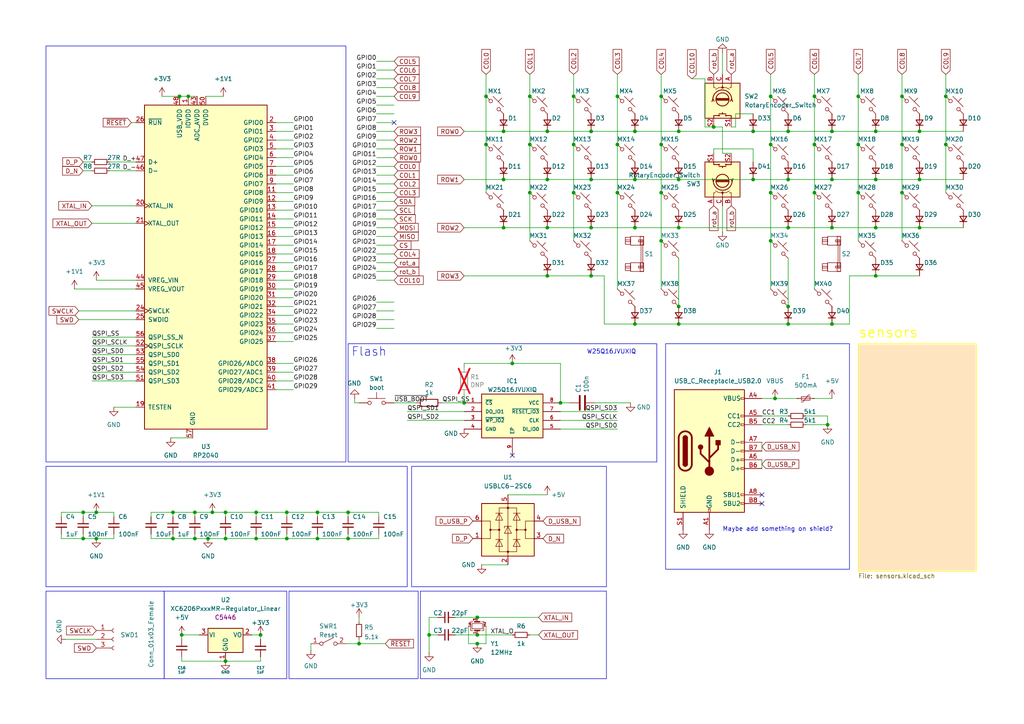
<source format=kicad_sch>
(kicad_sch (version 20250114) (generator "eeschema") (generator_version "9.0")
  (paper "A4")
  (rectangle (start 193.04 99.695) (end 246.38 165.1))
  (rectangle (start 83.82 171.45) (end 121.285 196.85))
  (rectangle (start 47.625 171.45) (end 83.185 196.85))
  (rectangle (start 13.335 135.255) (end 118.11 170.18))
  (rectangle (start 13.335 13.335) (end 100.33 133.985))
  (rectangle (start 119.38 135.255) (end 175.895 170.18))
  (rectangle (start 121.92 171.45) (end 175.895 196.85))
  (rectangle (start 13.335 171.45) (end 47.625 196.85))
  (rectangle (start 100.965 99.695) (end 190.5 133.985))
  (text "W25Q16JVUXIQ" (at 170.18 102.87 0) (effects (font (size 1.27 1.27)) (justify left bottom)))
  (text "Maybe add something on shield?" (at 209.55 154.305 0) (effects (font (size 1.27 1.27)) (justify left bottom)))
  (text "Flash" (at 101.854 103.632 0) (effects (font (size 2.54 2.54)) (justify left bottom)))
  (junction (at 124.46 184.15))
  (junction (at 191.77 55.88))
  (junction (at 148.59 105.41))
  (junction (at 236.22 55.88))
  (junction (at 74.295 148.59))
  (junction (at 207.01 36.83))
  (junction (at 261.62 55.88))
  (junction (at 228.6 52.07))
  (junction (at 158.75 80.01))
  (junction (at 27.94 148.59))
  (junction (at 146.05 38.1))
  (junction (at 56.515 156.21))
  (junction (at 52.705 184.15) (diameter 0.9144))
  (junction (at 223.52 55.88))
  (junction (at 74.295 156.21))
  (junction (at 191.77 69.85))
  (junction (at 266.7 66.04))
  (junction (at 50.165 148.59))
  (junction (at 24.13 148.59))
  (junction (at 138.43 179.07))
  (junction (at 162.56 116.84))
  (junction (at 153.67 41.91))
  (junction (at 56.515 148.59))
  (junction (at 171.45 52.07))
  (junction (at 65.405 148.59))
  (junction (at 241.3 66.04))
  (junction (at 254 52.07))
  (junction (at 83.185 156.21))
  (junction (at 248.92 55.88))
  (junction (at 52.07 27.94))
  (junction (at 60.325 156.21))
  (junction (at 184.15 93.98))
  (junction (at 266.7 38.1))
  (junction (at 196.85 38.1))
  (junction (at 83.185 148.59))
  (junction (at 166.37 41.91))
  (junction (at 218.44 52.07))
  (junction (at 24.13 156.21))
  (junction (at 166.37 27.94))
  (junction (at 171.45 66.04))
  (junction (at 140.97 41.91))
  (junction (at 248.92 27.94))
  (junction (at 223.52 41.91))
  (junction (at 254 66.04))
  (junction (at 191.77 27.94))
  (junction (at 146.05 66.04))
  (junction (at 228.6 66.04))
  (junction (at 196.85 52.07))
  (junction (at 228.6 88.9))
  (junction (at 236.22 41.91))
  (junction (at 223.52 69.85))
  (junction (at 196.85 88.9))
  (junction (at 218.44 38.1))
  (junction (at 184.15 38.1))
  (junction (at 171.45 38.1))
  (junction (at 100.965 156.21))
  (junction (at 228.6 93.98))
  (junction (at 65.405 191.77) (diameter 0.9144))
  (junction (at 240.03 123.19))
  (junction (at 75.565 184.15) (diameter 0.9144))
  (junction (at 191.77 41.91))
  (junction (at 274.32 41.91))
  (junction (at 158.75 52.07))
  (junction (at 134.62 116.84))
  (junction (at 236.22 27.94))
  (junction (at 241.3 38.1))
  (junction (at 54.61 27.94))
  (junction (at 27.94 156.21))
  (junction (at 140.97 27.94))
  (junction (at 261.62 27.94))
  (junction (at 223.52 27.94))
  (junction (at 254 38.1))
  (junction (at 158.75 38.1))
  (junction (at 92.075 156.21))
  (junction (at 138.43 184.15))
  (junction (at 92.075 148.59))
  (junction (at 274.32 27.94))
  (junction (at 179.07 41.91))
  (junction (at 61.595 148.59))
  (junction (at 104.14 186.69))
  (junction (at 261.62 41.91))
  (junction (at 153.67 27.94))
  (junction (at 138.43 186.69))
  (junction (at 224.79 115.57))
  (junction (at 153.67 55.88))
  (junction (at 146.05 52.07))
  (junction (at 171.45 80.01))
  (junction (at 248.92 41.91))
  (junction (at 228.6 38.1))
  (junction (at 179.07 55.88))
  (junction (at 179.07 27.94))
  (junction (at 196.85 93.98))
  (junction (at 184.15 52.07))
  (junction (at 254 80.01))
  (junction (at 166.37 55.88))
  (junction (at 158.75 66.04))
  (junction (at 266.7 52.07))
  (junction (at 184.15 66.04))
  (junction (at 50.165 156.21))
  (junction (at 196.85 66.04))
  (junction (at 100.965 148.59))
  (junction (at 241.3 52.07))
  (junction (at 241.3 93.98))
  (junction (at 65.405 156.21))
  (no_connect (at 114.3 35.56))
  (no_connect (at 220.98 143.51))
  (no_connect (at 220.98 146.05))
  (no_connect (at 148.59 132.08))
  (wire (pts (xy 162.56 124.46) (xy 179.07 124.46)))
  (wire (pts (xy 83.185 148.59) (xy 83.185 149.86)))
  (wire (pts (xy 85.09 105.41) (xy 80.01 105.41)))
  (wire (pts (xy 109.22 92.71) (xy 114.3 92.71)))
  (wire (pts (xy 114.3 63.5) (xy 109.22 63.5)))
  (wire (pts (xy 146.05 52.07) (xy 158.75 52.07)))
  (wire (pts (xy 135.89 181.61) (xy 135.89 186.69)))
  (wire (pts (xy 26.67 59.69) (xy 39.37 59.69)))
  (wire (pts (xy 191.77 69.85) (xy 191.77 83.82)))
  (wire (pts (xy 148.59 105.41) (xy 162.56 105.41)))
  (wire (pts (xy 109.22 81.28) (xy 114.3 81.28)))
  (wire (pts (xy 114.3 55.88) (xy 109.22 55.88)))
  (wire (pts (xy 114.3 22.86) (xy 109.22 22.86)))
  (wire (pts (xy 74.295 148.59) (xy 74.295 149.86)))
  (wire (pts (xy 228.6 93.98) (xy 241.3 93.98)))
  (wire (pts (xy 228.6 38.1) (xy 241.3 38.1)))
  (wire (pts (xy 27.94 81.28) (xy 39.37 81.28)))
  (wire (pts (xy 248.92 55.88) (xy 248.92 69.85)))
  (wire (pts (xy 80.01 83.82) (xy 85.09 83.82)))
  (wire (pts (xy 85.09 91.44) (xy 80.01 91.44)))
  (wire (pts (xy 114.3 35.56) (xy 109.22 35.56)))
  (wire (pts (xy 120.65 116.84) (xy 114.3 116.84)))
  (wire (pts (xy 65.405 148.59) (xy 74.295 148.59)))
  (wire (pts (xy 24.13 154.94) (xy 24.13 156.21)))
  (wire (pts (xy 114.3 60.96) (xy 109.22 60.96)))
  (wire (pts (xy 65.405 191.77) (xy 75.565 191.77)))
  (wire (pts (xy 223.52 27.94) (xy 223.52 41.91)))
  (wire (pts (xy 179.07 41.91) (xy 179.07 55.88)))
  (wire (pts (xy 140.97 181.61) (xy 140.97 186.69)))
  (wire (pts (xy 134.62 105.41) (xy 134.62 106.68)))
  (wire (pts (xy 80.01 71.12) (xy 85.09 71.12)))
  (wire (pts (xy 109.22 95.25) (xy 114.3 95.25)))
  (wire (pts (xy 80.01 66.04) (xy 85.09 66.04)))
  (wire (pts (xy 46.99 27.94) (xy 52.07 27.94)))
  (wire (pts (xy 50.165 156.21) (xy 56.515 156.21)))
  (wire (pts (xy 134.62 80.01) (xy 158.75 80.01)))
  (wire (pts (xy 184.15 38.1) (xy 196.85 38.1)))
  (wire (pts (xy 204.47 36.83) (xy 207.01 36.83)))
  (wire (pts (xy 85.09 113.03) (xy 80.01 113.03)))
  (wire (pts (xy 104.14 116.84) (xy 102.87 116.84)))
  (wire (pts (xy 135.89 186.69) (xy 138.43 186.69)))
  (wire (pts (xy 140.97 41.91) (xy 140.97 55.88)))
  (wire (pts (xy 233.68 120.65) (xy 240.03 120.65)))
  (wire (pts (xy 100.965 148.59) (xy 100.965 149.86)))
  (wire (pts (xy 65.405 148.59) (xy 65.405 149.86)))
  (wire (pts (xy 204.47 22.86) (xy 200.66 22.86)))
  (wire (pts (xy 158.75 66.04) (xy 171.45 66.04)))
  (wire (pts (xy 104.14 186.69) (xy 111.76 186.69)))
  (wire (pts (xy 61.595 148.59) (xy 65.405 148.59)))
  (wire (pts (xy 228.6 52.07) (xy 241.3 52.07)))
  (wire (pts (xy 166.37 55.88) (xy 166.37 69.85)))
  (wire (pts (xy 153.67 55.88) (xy 153.67 69.85)))
  (wire (pts (xy 261.62 21.59) (xy 261.62 27.94)))
  (wire (pts (xy 153.67 184.15) (xy 156.21 184.15)))
  (wire (pts (xy 100.33 186.69) (xy 104.14 186.69)))
  (wire (pts (xy 85.09 88.9) (xy 80.01 88.9)))
  (wire (pts (xy 17.78 148.59) (xy 17.78 149.86)))
  (wire (pts (xy 31.75 46.99) (xy 39.37 46.99)))
  (wire (pts (xy 140.97 21.59) (xy 140.97 27.94)))
  (wire (pts (xy 266.7 52.07) (xy 279.4 52.07)))
  (wire (pts (xy 56.515 154.94) (xy 56.515 156.21)))
  (wire (pts (xy 65.405 156.21) (xy 74.295 156.21)))
  (wire (pts (xy 209.55 44.45) (xy 209.55 36.83)))
  (wire (pts (xy 261.62 27.94) (xy 261.62 41.91)))
  (wire (pts (xy 218.44 38.1) (xy 228.6 38.1)))
  (wire (pts (xy 80.01 58.42) (xy 85.09 58.42)))
  (wire (pts (xy 254 38.1) (xy 266.7 38.1)))
  (wire (pts (xy 109.22 76.2) (xy 114.3 76.2)))
  (wire (pts (xy 218.44 52.07) (xy 228.6 52.07)))
  (wire (pts (xy 140.97 186.69) (xy 138.43 186.69)))
  (wire (pts (xy 153.67 27.94) (xy 153.67 41.91)))
  (wire (pts (xy 127 179.07) (xy 124.46 179.07)))
  (wire (pts (xy 146.05 38.1) (xy 158.75 38.1)))
  (wire (pts (xy 114.3 50.8) (xy 109.22 50.8)))
  (wire (pts (xy 43.815 149.86) (xy 43.815 148.59)))
  (wire (pts (xy 104.14 185.42) (xy 104.14 186.69)))
  (wire (pts (xy 92.075 148.59) (xy 92.075 149.86)))
  (wire (pts (xy 100.965 156.21) (xy 109.855 156.21)))
  (wire (pts (xy 147.32 143.51) (xy 158.75 143.51)))
  (wire (pts (xy 191.77 21.59) (xy 191.77 27.94)))
  (wire (pts (xy 102.87 116.84) (xy 102.87 115.57)))
  (wire (pts (xy 213.36 33.02) (xy 213.36 36.83)))
  (wire (pts (xy 27.94 148.59) (xy 24.13 148.59)))
  (wire (pts (xy 179.07 55.88) (xy 179.07 83.82)))
  (wire (pts (xy 261.62 55.88) (xy 261.62 69.85)))
  (wire (pts (xy 191.77 27.94) (xy 191.77 41.91)))
  (wire (pts (xy 24.13 156.21) (xy 27.94 156.21)))
  (wire (pts (xy 236.22 41.91) (xy 236.22 55.88)))
  (wire (pts (xy 179.07 121.92) (xy 162.56 121.92)))
  (wire (pts (xy 50.165 148.59) (xy 50.165 149.86)))
  (wire (pts (xy 114.3 30.48) (xy 109.22 30.48)))
  (wire (pts (xy 241.3 38.1) (xy 254 38.1)))
  (wire (pts (xy 171.45 38.1) (xy 184.15 38.1)))
  (wire (pts (xy 33.02 118.11) (xy 39.37 118.11)))
  (wire (pts (xy 246.38 80.01) (xy 246.38 93.98)))
  (wire (pts (xy 246.38 80.01) (xy 254 80.01)))
  (wire (pts (xy 204.47 22.86) (xy 204.47 36.83)))
  (wire (pts (xy 218.44 43.18) (xy 207.01 43.18)))
  (wire (pts (xy 83.185 156.21) (xy 92.075 156.21)))
  (wire (pts (xy 80.01 73.66) (xy 85.09 73.66)))
  (wire (pts (xy 26.67 100.33) (xy 39.37 100.33)))
  (wire (pts (xy 266.7 66.04) (xy 279.4 66.04)))
  (wire (pts (xy 80.01 35.56) (xy 85.09 35.56)))
  (wire (pts (xy 75.565 190.5) (xy 75.565 191.77)))
  (wire (pts (xy 191.77 41.91) (xy 191.77 55.88)))
  (wire (pts (xy 74.295 156.21) (xy 74.295 154.94)))
  (wire (pts (xy 209.55 67.31) (xy 209.55 59.69)))
  (wire (pts (xy 74.295 156.21) (xy 83.185 156.21)))
  (wire (pts (xy 80.01 40.64) (xy 85.09 40.64)))
  (wire (pts (xy 114.3 45.72) (xy 109.22 45.72)))
  (wire (pts (xy 33.02 148.59) (xy 33.02 149.86)))
  (wire (pts (xy 175.26 93.98) (xy 184.15 93.98)))
  (wire (pts (xy 104.14 179.07) (xy 104.14 180.34)))
  (wire (pts (xy 109.22 90.17) (xy 114.3 90.17)))
  (wire (pts (xy 134.62 52.07) (xy 146.05 52.07)))
  (wire (pts (xy 254 66.04) (xy 266.7 66.04)))
  (wire (pts (xy 274.32 21.59) (xy 274.32 27.94)))
  (wire (pts (xy 19.05 185.42) (xy 27.94 185.42)))
  (wire (pts (xy 85.09 86.36) (xy 80.01 86.36)))
  (wire (pts (xy 254 52.07) (xy 266.7 52.07)))
  (wire (pts (xy 83.185 148.59) (xy 92.075 148.59)))
  (wire (pts (xy 138.43 184.15) (xy 148.59 184.15)))
  (wire (pts (xy 17.78 156.21) (xy 24.13 156.21)))
  (wire (pts (xy 140.97 27.94) (xy 140.97 41.91)))
  (wire (pts (xy 171.45 52.07) (xy 184.15 52.07)))
  (wire (pts (xy 196.85 74.93) (xy 196.85 88.9)))
  (wire (pts (xy 218.44 33.02) (xy 213.36 33.02)))
  (wire (pts (xy 39.37 105.41) (xy 26.67 105.41)))
  (wire (pts (xy 240.03 120.65) (xy 240.03 123.19)))
  (wire (pts (xy 56.515 156.21) (xy 60.325 156.21)))
  (wire (pts (xy 220.98 120.65) (xy 228.6 120.65)))
  (wire (pts (xy 56.515 148.59) (xy 61.595 148.59)))
  (wire (pts (xy 38.1 35.56) (xy 39.37 35.56)))
  (wire (pts (xy 80.01 45.72) (xy 85.09 45.72)))
  (wire (pts (xy 241.3 52.07) (xy 254 52.07)))
  (wire (pts (xy 114.3 25.4) (xy 109.22 25.4)))
  (wire (pts (xy 49.53 127) (xy 55.88 127)))
  (wire (pts (xy 75.565 184.15) (xy 75.565 185.42)))
  (wire (pts (xy 24.13 148.59) (xy 17.78 148.59)))
  (wire (pts (xy 182.88 116.84) (xy 172.72 116.84)))
  (wire (pts (xy 85.09 99.06) (xy 80.01 99.06)))
  (wire (pts (xy 274.32 41.91) (xy 274.32 55.88)))
  (wire (pts (xy 33.02 156.21) (xy 33.02 154.94)))
  (wire (pts (xy 248.92 27.94) (xy 248.92 41.91)))
  (wire (pts (xy 109.22 71.12) (xy 114.3 71.12)))
  (wire (pts (xy 39.37 83.82) (xy 21.59 83.82)))
  (wire (pts (xy 236.22 21.59) (xy 236.22 27.94)))
  (wire (pts (xy 80.01 50.8) (xy 85.09 50.8)))
  (wire (pts (xy 220.98 133.35) (xy 220.98 135.89)))
  (wire (pts (xy 134.62 121.92) (xy 118.11 121.92)))
  (wire (pts (xy 92.075 156.21) (xy 100.965 156.21)))
  (wire (pts (xy 109.22 68.58) (xy 114.3 68.58)))
  (wire (pts (xy 132.08 184.15) (xy 138.43 184.15)))
  (wire (pts (xy 220.98 115.57) (xy 224.79 115.57)))
  (wire (pts (xy 73.025 184.15) (xy 75.565 184.15)))
  (wire (pts (xy 52.07 27.94) (xy 54.61 27.94)))
  (wire (pts (xy 114.3 53.34) (xy 109.22 53.34)))
  (wire (pts (xy 17.78 154.94) (xy 17.78 156.21)))
  (wire (pts (xy 26.67 64.77) (xy 39.37 64.77)))
  (wire (pts (xy 39.37 107.95) (xy 26.67 107.95)))
  (wire (pts (xy 196.85 66.04) (xy 228.6 66.04)))
  (wire (pts (xy 223.52 41.91) (xy 223.52 55.88)))
  (wire (pts (xy 138.43 179.07) (xy 156.21 179.07)))
  (wire (pts (xy 209.55 36.83) (xy 207.01 36.83)))
  (wire (pts (xy 266.7 38.1) (xy 279.4 38.1)))
  (wire (pts (xy 85.09 93.98) (xy 80.01 93.98)))
  (wire (pts (xy 80.01 38.1) (xy 85.09 38.1)))
  (wire (pts (xy 166.37 41.91) (xy 166.37 55.88)))
  (wire (pts (xy 80.01 78.74) (xy 85.09 78.74)))
  (wire (pts (xy 52.705 190.5) (xy 52.705 191.77)))
  (wire (pts (xy 39.37 102.87) (xy 26.67 102.87)))
  (wire (pts (xy 236.22 27.94) (xy 236.22 41.91)))
  (wire (pts (xy 109.855 156.21) (xy 109.855 154.94)))
  (wire (pts (xy 114.3 66.04) (xy 109.22 66.04)))
  (wire (pts (xy 59.69 27.94) (xy 64.77 27.94)))
  (wire (pts (xy 85.09 107.95) (xy 80.01 107.95)))
  (wire (pts (xy 184.15 52.07) (xy 196.85 52.07)))
  (wire (pts (xy 196.85 93.98) (xy 228.6 93.98)))
  (wire (pts (xy 191.77 55.88) (xy 191.77 69.85)))
  (wire (pts (xy 90.17 188.595) (xy 90.17 186.69)))
  (wire (pts (xy 241.3 66.04) (xy 254 66.04)))
  (wire (pts (xy 114.3 40.64) (xy 109.22 40.64)))
  (wire (pts (xy 158.75 38.1) (xy 171.45 38.1)))
  (wire (pts (xy 54.61 27.94) (xy 57.15 27.94)))
  (wire (pts (xy 74.295 148.59) (xy 83.185 148.59)))
  (wire (pts (xy 80.01 53.34) (xy 85.09 53.34)))
  (wire (pts (xy 26.67 97.79) (xy 39.37 97.79)))
  (wire (pts (xy 207.01 43.18) (xy 207.01 44.45)))
  (wire (pts (xy 254 80.01) (xy 266.7 80.01)))
  (wire (pts (xy 85.09 96.52) (xy 80.01 96.52)))
  (wire (pts (xy 171.45 80.01) (xy 175.26 80.01)))
  (wire (pts (xy 80.01 68.58) (xy 85.09 68.58)))
  (wire (pts (xy 27.94 148.59) (xy 33.02 148.59)))
  (wire (pts (xy 52.705 184.15) (xy 57.785 184.15)))
  (wire (pts (xy 184.15 93.98) (xy 196.85 93.98)))
  (wire (pts (xy 124.46 179.07) (xy 124.46 184.15)))
  (wire (pts (xy 196.85 38.1) (xy 218.44 38.1)))
  (wire (pts (xy 43.815 154.94) (xy 43.815 156.21)))
  (wire (pts (xy 80.01 60.96) (xy 85.09 60.96)))
  (wire (pts (xy 171.45 66.04) (xy 184.15 66.04)))
  (wire (pts (xy 196.85 52.07) (xy 218.44 52.07)))
  (wire (pts (xy 22.86 92.71) (xy 39.37 92.71)))
  (wire (pts (xy 165.1 116.84) (xy 162.56 116.84)))
  (wire (pts (xy 24.13 148.59) (xy 24.13 149.86)))
  (wire (pts (xy 220.98 123.19) (xy 228.6 123.19)))
  (wire (pts (xy 134.62 66.04) (xy 146.05 66.04)))
  (wire (pts (xy 80.01 63.5) (xy 85.09 63.5)))
  (wire (pts (xy 220.98 128.27) (xy 220.98 130.81)))
  (wire (pts (xy 109.855 148.59) (xy 109.855 149.86)))
  (wire (pts (xy 124.46 184.15) (xy 127 184.15)))
  (wire (pts (xy 128.27 116.84) (xy 134.62 116.84)))
  (wire (pts (xy 114.3 58.42) (xy 109.22 58.42)))
  (wire (pts (xy 22.86 90.17) (xy 39.37 90.17)))
  (wire (pts (xy 213.36 36.83) (xy 212.09 36.83)))
  (wire (pts (xy 114.3 48.26) (xy 109.22 48.26)))
  (wire (pts (xy 224.79 115.57) (xy 231.14 115.57)))
  (wire (pts (xy 52.705 184.15) (xy 52.705 185.42)))
  (wire (pts (xy 56.515 148.59) (xy 50.165 148.59)))
  (wire (pts (xy 241.3 93.98) (xy 246.38 93.98)))
  (wire (pts (xy 179.07 21.59) (xy 179.07 27.94)))
  (wire (pts (xy 139.7 163.83) (xy 147.32 163.83)))
  (wire (pts (xy 166.37 21.59) (xy 166.37 27.94)))
  (wire (pts (xy 114.3 27.94) (xy 109.22 27.94)))
  (wire (pts (xy 248.92 41.91) (xy 248.92 55.88)))
  (wire (pts (xy 65.405 156.21) (xy 65.405 154.94)))
  (wire (pts (xy 153.67 21.59) (xy 153.67 27.94)))
  (wire (pts (xy 212.09 44.45) (xy 209.55 44.45)))
  (wire (pts (xy 80.01 43.18) (xy 85.09 43.18)))
  (wire (pts (xy 132.08 179.07) (xy 138.43 179.07)))
  (wire (pts (xy 134.62 119.38) (xy 118.11 119.38)))
  (wire (pts (xy 85.09 110.49) (xy 80.01 110.49)))
  (wire (pts (xy 236.22 55.88) (xy 236.22 83.82)))
  (wire (pts (xy 109.22 73.66) (xy 114.3 73.66)))
  (wire (pts (xy 50.165 154.94) (xy 50.165 156.21)))
  (wire (pts (xy 223.52 55.88) (xy 223.52 69.85)))
  (wire (pts (xy 134.62 38.1) (xy 146.05 38.1)))
  (wire (pts (xy 83.185 154.94) (xy 83.185 156.21)))
  (wire (pts (xy 146.05 66.04) (xy 158.75 66.04)))
  (wire (pts (xy 274.32 27.94) (xy 274.32 41.91)))
  (wire (pts (xy 134.62 105.41) (xy 148.59 105.41)))
  (wire (pts (xy 27.94 156.21) (xy 33.02 156.21)))
  (wire (pts (xy 92.075 148.59) (xy 100.965 148.59)))
  (wire (pts (xy 158.75 52.07) (xy 171.45 52.07)))
  (wire (pts (xy 65.405 191.77) (xy 52.705 191.77)))
  (wire (pts (xy 109.22 87.63) (xy 114.3 87.63)))
  (wire (pts (xy 114.3 20.32) (xy 109.22 20.32)))
  (wire (pts (xy 24.13 46.99) (xy 26.67 46.99)))
  (wire (pts (xy 162.56 119.38) (xy 179.07 119.38)))
  (wire (pts (xy 218.44 46.99) (xy 218.44 43.18)))
  (wire (pts (xy 162.56 105.41) (xy 162.56 116.84)))
  (wire (pts (xy 223.52 69.85) (xy 223.52 83.82)))
  (wire (pts (xy 228.6 66.04) (xy 241.3 66.04)))
  (wire (pts (xy 248.92 21.59) (xy 248.92 27.94)))
  (wire (pts (xy 233.68 123.19) (xy 240.03 123.19)))
  (wire (pts (xy 175.26 80.01) (xy 175.26 93.98)))
  (wire (pts (xy 184.15 66.04) (xy 196.85 66.04)))
  (wire (pts (xy 153.67 41.91) (xy 153.67 55.88)))
  (wire (pts (xy 179.07 27.94) (xy 179.07 41.91)))
  (wire (pts (xy 134.62 114.3) (xy 134.62 116.84)))
  (wire (pts (xy 114.3 33.02) (xy 109.22 33.02)))
  (wire (pts (xy 39.37 110.49) (xy 26.67 110.49)))
  (wire (pts (xy 261.62 41.91) (xy 261.62 55.88)))
  (wire (pts (xy 158.75 80.01) (xy 171.45 80.01)))
  (wire (pts (xy 80.01 48.26) (xy 85.09 48.26)))
  (wire (pts (xy 209.55 15.24) (xy 209.55 21.59)))
  (wire (pts (xy 223.52 21.59) (xy 223.52 27.94)))
  (wire (pts (xy 80.01 55.88) (xy 85.09 55.88)))
  (wire (pts (xy 100.965 156.21) (xy 100.965 154.94)))
  (wire (pts (xy 109.22 78.74) (xy 114.3 78.74)))
  (wire (pts (xy 43.815 156.21) (xy 50.165 156.21)))
  (wire (pts (xy 56.515 148.59) (xy 56.515 149.86)))
  (wire (pts (xy 114.3 43.18) (xy 109.22 43.18)))
  (wire (pts (xy 114.3 38.1) (xy 109.22 38.1)))
  (wire (pts (xy 228.6 74.93) (xy 228.6 88.9)))
  (wire (pts (xy 92.075 154.94) (xy 92.075 156.21)))
  (wire (pts (xy 60.325 156.21) (xy 65.405 156.21)))
  (wire (pts (xy 31.75 49.53) (xy 39.37 49.53)))
  (wire (pts (xy 80.01 81.28) (xy 85.09 81.28)))
  (wire (pts (xy 24.13 49.53) (xy 26.67 49.53)))
  (wire (pts (xy 236.22 115.57) (xy 241.3 115.57)))
  (wire (pts (xy 100.965 148.59) (xy 109.855 148.59)))
  (wire (pts (xy 80.01 76.2) (xy 85.09 76.2)))
  (wire (pts (xy 114.3 17.78) (xy 109.22 17.78)))
  (wire (pts (xy 124.46 184.15) (xy 124.46 189.23)))
  (wire (pts (xy 166.37 27.94) (xy 166.37 41.91)))
  (wire (pts (xy 43.815 148.59) (xy 50.165 148.59)))
  (label "GPIO29" (at 109.22 95.25 180))
  (label "GPIO10" (at 85.09 60.96 0))
  (label "GPIO4" (at 109.22 27.94 180))
  (label "GPIO18" (at 109.22 63.5 180))
  (label "GPIO25" (at 85.09 99.06 0))
  (label "GPIO4" (at 85.09 45.72 0))
  (label "GPIO24" (at 85.09 96.52 0))
  (label "QSPI_SD2" (at 118.11 121.92 0))
  (label "GPIO23" (at 109.22 76.2 180))
  (label "GPIO23" (at 85.09 93.98 0))
  (label "GPIO12" (at 109.22 48.26 180))
  (label "GPIO9" (at 109.22 40.64 180))
  (label "GPIO22" (at 109.22 73.66 180))
  (label "XTAL_O" (at 142.24 184.15 0))
  (label "GPIO1" (at 85.09 38.1 0))
  (label "GPIO27" (at 85.09 107.95 0))
  (label "QSPI_SD0" (at 26.67 102.87 0))
  (label "GPIO3" (at 85.09 43.18 0))
  (label "GPIO21" (at 85.09 88.9 0))
  (label "GPIO0" (at 109.22 17.78 180))
  (label "GPIO15" (at 85.09 73.66 0))
  (label "GPIO2" (at 85.09 40.64 0))
  (label "GPIO27" (at 109.22 90.17 180))
  (label "GPIO25" (at 109.22 81.28 180))
  (label "QSPI_SD3" (at 26.67 110.49 0))
  (label "GPIO15" (at 109.22 55.88 180))
  (label "GPIO14" (at 85.09 71.12 0))
  (label "GPIO13" (at 109.22 50.8 180))
  (label "QSPI_SCLK" (at 26.67 100.33 0))
  (label "GPIO20" (at 85.09 86.36 0))
  (label "GPIO29" (at 85.09 113.03 0))
  (label "GPIO28" (at 109.22 92.71 180))
  (label "QSPI_SCLK" (at 179.07 121.92 180))
  (label "QSPI_SS" (at 26.67 97.79 0))
  (label "QSPI_SD1" (at 118.11 119.38 0))
  (label "GPIO10" (at 109.22 43.18 180))
  (label "GPIO7" (at 85.09 53.34 0))
  (label "GPIO5" (at 109.22 30.48 180))
  (label "GPIO18" (at 85.09 81.28 0))
  (label "GPIO6" (at 109.22 33.02 180))
  (label "GPIO7" (at 109.22 35.56 180))
  (label "CC1" (at 220.98 120.65 0))
  (label "GPIO26" (at 109.22 87.63 180))
  (label "GPIO11" (at 109.22 45.72 180))
  (label "QSPI_SD0" (at 179.07 124.46 180))
  (label "QSPI_SS" (at 128.27 116.84 0))
  (label "QSPI_SD1" (at 26.67 105.41 0))
  (label "GPIO3" (at 109.22 25.4 180))
  (label "GPIO6" (at 85.09 50.8 0))
  (label "GPIO0" (at 85.09 35.56 0))
  (label "GPIO19" (at 109.22 66.04 180))
  (label "GPIO28" (at 85.09 110.49 0))
  (label "GPIO13" (at 85.09 68.58 0))
  (label "GPIO24" (at 109.22 78.74 180))
  (label "GPIO8" (at 109.22 38.1 180))
  (label "GPIO14" (at 109.22 53.34 180))
  (label "QSPI_SD2" (at 26.67 107.95 0))
  (label "GPIO12" (at 85.09 66.04 0))
  (label "GPIO9" (at 85.09 58.42 0))
  (label "GPIO17" (at 109.22 60.96 180))
  (label "GPIO1" (at 109.22 20.32 180))
  (label "GPIO17" (at 85.09 78.74 0))
  (label "GPIO5" (at 85.09 48.26 0))
  (label "D_-" (at 35.56 49.53 0))
  (label "CC2" (at 220.98 123.19 0))
  (label "GPIO19" (at 85.09 83.82 0))
  (label "GPIO26" (at 85.09 105.41 0))
  (label "GPIO22" (at 85.09 91.44 0))
  (label "GPIO11" (at 85.09 63.5 0))
  (label "GPIO8" (at 85.09 55.88 0))
  (label "~{USB_BOOT}" (at 114.3 116.84 0))
  (label "QSPI_SD3" (at 179.07 119.38 180))
  (label "D_+" (at 35.56 46.99 0))
  (label "GPIO20" (at 109.22 68.58 180))
  (label "GPIO16" (at 85.09 76.2 0))
  (label "GPIO2" (at 109.22 22.86 180))
  (label "GPIO16" (at 109.22 58.42 180))
  (label "GPIO21" (at 109.22 71.12 180))
  (global_label "D_USB_N" (shape input) (at 220.98 129.54 0) (property "Intersheetrefs" "${INTERSHEET_REFS}" (effects (hide yes))))
  (global_label "SWCLK" (shape input) (at 22.86 90.17 180) (property "Intersheetrefs" "${INTERSHEET_REFS}" (effects (hide yes))))
  (global_label "COL0" (shape input) (at 140.97 21.59 90) (property "Intersheetrefs" "${INTERSHEET_REFS}" (effects (hide yes))))
  (global_label "XTAL_IN" (shape input) (at 156.21 179.07 0) (property "Intersheetrefs" "${INTERSHEET_REFS}" (effects (hide yes))))
  (global_label "SWD" (shape input) (at 27.94 187.96 180) (property "Intersheetrefs" "${INTERSHEET_REFS}" (effects (hide yes))))
  (global_label "SWD" (shape input) (at 22.86 92.71 180) (property "Intersheetrefs" "${INTERSHEET_REFS}" (effects (hide yes))))
  (global_label "D_USB_P" (shape input) (at 137.16 151.13 180) (property "Intersheetrefs" "${INTERSHEET_REFS}" (effects (hide yes))))
  (global_label "ROW2" (shape input) (at 114.3 40.64 0) (property "Intersheetrefs" "${INTERSHEET_REFS}" (effects (hide yes))))
  (global_label "D_N" (shape input) (at 24.13 49.53 180) (property "Intersheetrefs" "${INTERSHEET_REFS}" (effects (hide yes))))
  (global_label "COL8" (shape input) (at 114.3 25.4 0) (property "Intersheetrefs" "${INTERSHEET_REFS}" (effects (hide yes))))
  (global_label "COL10" (shape input) (at 114.3 81.28 0) (property "Intersheetrefs" "${INTERSHEET_REFS}" (effects (hide yes))))
  (global_label "COL5" (shape input) (at 114.3 17.78 0) (property "Intersheetrefs" "${INTERSHEET_REFS}" (effects (hide yes))))
  (global_label "CS" (shape input) (at 114.3 71.12 0) (property "Intersheetrefs" "${INTERSHEET_REFS}" (effects (hide yes))))
  (global_label "XTAL_IN" (shape input) (at 26.67 59.69 180) (property "Intersheetrefs" "${INTERSHEET_REFS}" (effects (hide yes))))
  (global_label "ROW1" (shape input) (at 114.3 43.18 0) (property "Intersheetrefs" "${INTERSHEET_REFS}" (effects (hide yes))))
  (global_label "COL4" (shape input) (at 114.3 73.66 0) (property "Intersheetrefs" "${INTERSHEET_REFS}" (effects (hide yes))))
  (global_label "ROW2" (shape input) (at 134.62 66.04 180) (property "Intersheetrefs" "${INTERSHEET_REFS}" (effects (hide yes))))
  (global_label "SWCLK" (shape input) (at 27.94 182.88 180) (property "Intersheetrefs" "${INTERSHEET_REFS}" (effects (hide yes))))
  (global_label "D_N" (shape input) (at 157.48 156.21 0) (property "Intersheetrefs" "${INTERSHEET_REFS}" (effects (hide yes))))
  (global_label "COL3" (shape input) (at 114.3 55.88 0) (property "Intersheetrefs" "${INTERSHEET_REFS}" (effects (hide yes))))
  (global_label "COL0" (shape input) (at 114.3 48.26 0) (property "Intersheetrefs" "${INTERSHEET_REFS}" (effects (hide yes))))
  (global_label "D_P" (shape input) (at 137.16 156.21 180) (property "Intersheetrefs" "${INTERSHEET_REFS}" (effects (hide yes))))
  (global_label "rot_b" (shape input) (at 212.09 59.69 270) (property "Intersheetrefs" "${INTERSHEET_REFS}" (effects (hide yes))))
  (global_label "COL2" (shape input) (at 166.37 21.59 90) (property "Intersheetrefs" "${INTERSHEET_REFS}" (effects (hide yes))))
  (global_label "ROW1" (shape input) (at 134.62 52.07 180) (property "Intersheetrefs" "${INTERSHEET_REFS}" (effects (hide yes))))
  (global_label "ROW3" (shape input) (at 134.62 80.01 180) (property "Intersheetrefs" "${INTERSHEET_REFS}" (effects (hide yes))))
  (global_label "SDA" (shape input) (at 114.3 58.42 0) (property "Intersheetrefs" "${INTERSHEET_REFS}" (effects (hide yes))))
  (global_label "~{RESET}" (shape input) (at 111.76 186.69 0) (property "Intersheetrefs" "${INTERSHEET_REFS}" (effects (hide yes))))
  (global_label "COL9" (shape input) (at 274.32 21.59 90) (property "Intersheetrefs" "${INTERSHEET_REFS}" (effects (hide yes))))
  (global_label "COL3" (shape input) (at 179.07 21.59 90) (property "Intersheetrefs" "${INTERSHEET_REFS}" (effects (hide yes))))
  (global_label "COL6" (shape input) (at 114.3 20.32 0) (property "Intersheetrefs" "${INTERSHEET_REFS}" (effects (hide yes))))
  (global_label "COL2" (shape input) (at 114.3 53.34 0) (property "Intersheetrefs" "${INTERSHEET_REFS}" (effects (hide yes))))
  (global_label "D_P" (shape input) (at 24.13 46.99 180) (property "Intersheetrefs" "${INTERSHEET_REFS}" (effects (hide yes))))
  (global_label "MISO" (shape input) (at 114.3 68.58 0) (property "Intersheetrefs" "${INTERSHEET_REFS}" (effects (hide yes))))
  (global_label "COL6" (shape input) (at 236.22 21.59 90) (property "Intersheetrefs" "${INTERSHEET_REFS}" (effects (hide yes))))
  (global_label "COL5" (shape input) (at 223.52 21.59 90) (property "Intersheetrefs" "${INTERSHEET_REFS}" (effects (hide yes))))
  (global_label "COL10" (shape input) (at 200.66 22.86 90) (property "Intersheetrefs" "${INTERSHEET_REFS}" (effects (hide yes))))
  (global_label "rot_a" (shape input) (at 114.3 76.2 0) (property "Intersheetrefs" "${INTERSHEET_REFS}" (effects (hide yes))))
  (global_label "MOSI" (shape input) (at 114.3 66.04 0) (property "Intersheetrefs" "${INTERSHEET_REFS}" (effects (hide yes))))
  (global_label "rot_b" (shape input) (at 114.3 78.74 0) (property "Intersheetrefs" "${INTERSHEET_REFS}" (effects (hide yes))))
  (global_label "D_USB_P" (shape input) (at 220.98 134.62 0) (property "Intersheetrefs" "${INTERSHEET_REFS}" (effects (hide yes))))
  (global_label "SCL" (shape input) (at 114.3 60.96 0) (property "Intersheetrefs" "${INTERSHEET_REFS}" (effects (hide yes))))
  (global_label "ROW0" (shape input) (at 114.3 45.72 0) (property "Intersheetrefs" "${INTERSHEET_REFS}" (effects (hide yes))))
  (global_label "COL1" (shape input) (at 153.67 21.59 90) (property "Intersheetrefs" "${INTERSHEET_REFS}" (effects (hide yes))))
  (global_label "SCK" (shape input) (at 114.3 63.5 0) (property "Intersheetrefs" "${INTERSHEET_REFS}" (effects (hide yes))))
  (global_label "rot_a" (shape input) (at 212.09 21.59 90) (property "Intersheetrefs" "${INTERSHEET_REFS}" (effects (hide yes))))
  (global_label "rot_a" (shape input) (at 207.01 59.69 270) (property "Intersheetrefs" "${INTERSHEET_REFS}" (effects (hide yes))))
  (global_label "ROW3" (shape input) (at 114.3 38.1 0) (property "Intersheetrefs" "${INTERSHEET_REFS}" (effects (hide yes))))
  (global_label "XTAL_OUT" (shape input) (at 26.67 64.77 180) (property "Intersheetrefs" "${INTERSHEET_REFS}" (effects (hide yes))))
  (global_label "COL7" (shape input) (at 248.92 21.59 90) (property "Intersheetrefs" "${INTERSHEET_REFS}" (effects (hide yes))))
  (global_label "COL7" (shape input) (at 114.3 22.86 0) (property "Intersheetrefs" "${INTERSHEET_REFS}" (effects (hide yes))))
  (global_label "D_USB_N" (shape input) (at 157.48 151.13 0) (property "Intersheetrefs" "${INTERSHEET_REFS}" (effects (hide yes))))
  (global_label "XTAL_OUT" (shape input) (at 156.21 184.15 0) (property "Intersheetrefs" "${INTERSHEET_REFS}" (effects (hide yes))))
  (global_label "ROW0" (shape input) (at 134.62 38.1 180) (property "Intersheetrefs" "${INTERSHEET_REFS}" (effects (hide yes))))
  (global_label "COL9" (shape input) (at 114.3 27.94 0) (property "Intersheetrefs" "${INTERSHEET_REFS}" (effects (hide yes))))
  (global_label "~{RESET}" (shape input) (at 38.1 35.56 180) (property "Intersheetrefs" "${INTERSHEET_REFS}" (effects (hide yes))))
  (global_label "COL8" (shape input) (at 261.62 21.59 90) (property "Intersheetrefs" "${INTERSHEET_REFS}" (effects (hide yes))))
  (global_label "COL4" (shape input) (at 191.77 21.59 90) (property "Intersheetrefs" "${INTERSHEET_REFS}" (effects (hide yes))))
  (global_label "COL1" (shape input) (at 114.3 50.8 0) (property "Intersheetrefs" "${INTERSHEET_REFS}" (effects (hide yes))))
  (global_label "rot_b" (shape input) (at 207.01 21.59 90) (property "Intersheetrefs" "${INTERSHEET_REFS}" (effects (hide yes))))
  (symbol (lib_id "W25Q16JVUXIQ:W25Q16JVUXIQ") (at 120.65 116.84 0) (unit 1)
    (property "Reference" "IC1" (at 148.59 110.49 0))
    (property "Value" "W25Q16JVUXIQ" (at 148.59 113.03 0))
    (property "Footprint" "W25Q16JVUXIQ:SON50P300X200X60-9N" (effects (hide yes)))
    (property "Datasheet" "https://datasheet.lcsc.com/lcsc/2205122030_Winbond-Elec-W25Q16JVUXIQ_C2843335.pdf" (effects (hide yes)))
    (property "MANUFACTURER_NAME" "Winbond" (effects (hide yes)))
    (property "HEIGHT" "0.6mm" (effects (hide yes)))
    (property "DESCRIPTION" "SPIFLASH, 3V, 16M-BIT, 4KB UNIFO" (effects (hide yes)))
    (property "MANUFACTURER_PART_NUMBER" "W25Q16JVUXIQ" (effects (hide yes)))
    (property "LCSC Part" "C2843335" (effects (hide yes)))
    (property "LCSC" "C2843335" (effects (hide yes)))
  )
  (symbol (lib_id "PCM_marbastlib-mx:MX_SW_solder") (at 238.76 30.48 0) (unit 1)
    (property "Reference" "MX7" (at 238.76 26.416 0))
    (property "Value" "MX_SW_solder" (effects (hide yes)))
    (property "Footprint" "PCM_marbastlib-mx:SW_MX_1u" (effects (hide yes)))
    (property "Description" "Push button switch, normally open, two pins, 45° tilted" (effects (hide yes)))
  )
  (symbol (lib_id "PCM_marbastlib-mx:MX_SW_solder") (at 264.16 44.45 0) (unit 1)
    (property "Reference" "MX19" (at 264.16 40.386 0))
    (property "Value" "MX_SW_solder" (effects (hide yes)))
    (property "Footprint" "PCM_marbastlib-mx:SW_MX_1u" (effects (hide yes)))
    (property "Description" "Push button switch, normally open, two pins, 45° tilted" (effects (hide yes)))
  )
  (symbol (lib_id "Device:R_Small") (at 29.21 49.53 90) (unit 1)
    (property "Reference" "R8" (at 25.4 48.26 90))
    (property "Value" "27R" (at 33.02 48.26 90))
    (property "Footprint" "Resistor_SMD:R_0603_1608Metric" (effects (hide yes)))
    (property "LCSC" "C25190" (effects (hide yes)))
  )
  (symbol (lib_id "Device:RotaryEncoder_Switch") (at 209.55 29.21 270) (unit 1)
    (property "Reference" "SW2" (at 215.9 27.9399 90) (effects (justify left)))
    (property "Value" "RotaryEncoder_Switch" (at 215.9 30.4799 90) (effects (justify left)))
    (property "Footprint" "PCM_marbastlib-various:ROT_Alps_EC11E-Switch" (effects (hide yes)))
    (property "Description" "Rotary encoder, dual channel, incremental quadrate outputs, with switch" (effects (hide yes)))
  )
  (symbol (lib_id "PCM_marbastlib-mx:MX_SW_solder") (at 226.06 86.36 0) (unit 1)
    (property "Reference" "MX39" (at 226.06 82.296 0))
    (property "Value" "MX_SW_solder" (effects (hide yes)))
    (property "Footprint" "PCM_marbastlib-mx:SW_MX_1.5u" (effects (hide yes)))
    (property "Description" "Push button switch, normally open, two pins, 45° tilted" (effects (hide yes)))
  )
  (symbol (lib_id "Device:R") (at 124.46 116.84 270) (unit 1)
    (property "Reference" "R2" (at 124.46 111.5822 90))
    (property "Value" "1k" (at 124.46 113.8936 90))
    (property "Footprint" "Resistor_SMD:R_0402_1005Metric" (effects (hide yes)))
    (property "Datasheet" "https://datasheet.lcsc.com/lcsc/2205311845_UNI-ROYAL-Uniroyal-Elec-0402WGJ0102TCE_C25543.pdf" (effects (hide yes)))
    (property "LCSC Part" "C25543" (effects (hide yes)))
    (property "LCSC" "C25543" (effects (hide yes)))
  )
  (symbol (lib_id "power:GND") (at 60.325 156.21 0) (unit 1)
    (property "Reference" "#PWR025" (effects (hide yes)))
    (property "Value" "GND" (at 60.325 161.29 0))
  )
  (symbol (lib_id "PCM_marbastlib-mx:MX_SW_solder") (at 156.21 44.45 0) (unit 1)
    (property "Reference" "MX12" (at 156.21 40.386 0))
    (property "Value" "MX_SW_solder" (effects (hide yes)))
    (property "Footprint" "PCM_marbastlib-mx:SW_MX_1u" (effects (hide yes)))
    (property "Description" "Push button switch, normally open, two pins, 45° tilted" (effects (hide yes)))
  )
  (symbol (lib_id "Device:R_Small") (at 29.21 46.99 90) (unit 1)
    (property "Reference" "R7" (at 25.4 45.72 90))
    (property "Value" "27R" (at 33.02 45.72 90))
    (property "Footprint" "Resistor_SMD:R_0603_1608Metric" (effects (hide yes)))
    (property "LCSC" "C25190" (effects (hide yes)))
  )
  (symbol (lib_id "Device:R_Small") (at 104.14 182.88 0) (unit 1)
    (property "Reference" "R5" (at 105.6386 181.9715 0) (effects (justify left)))
    (property "Value" "5.1k" (at 105.6386 184.7466 0) (effects (justify left)))
    (property "Footprint" "Resistor_SMD:R_0402_1005Metric" (effects (hide yes)))
  )
  (symbol (lib_id "Connector:Conn_01x03_Female") (at 33.02 185.42 0) (unit 1)
    (property "Reference" "SWD1" (at 34.925 184.1499 0) (effects (justify left)))
    (property "Value" "Conn_01x03_Female" (at 43.815 193.675 90) (effects (justify left)))
    (property "Footprint" "Connector_PinHeader_2.54mm:PinHeader_1x03_P2.54mm_Vertical" (effects (hide yes)))
  )
  (symbol (lib_id "power:GND") (at 65.405 191.77 0) (unit 1)
    (property "Reference" "#PWR026" (effects (hide yes)))
    (property "Value" "GND" (at 65.405 194.945 0) (effects (font (size 0.762 0.762))))
  )
  (symbol (lib_id "PCM_marbastlib-mx:MX_SW_solder") (at 181.61 86.36 0) (unit 1)
    (property "Reference" "MX37" (at 181.61 82.296 0))
    (property "Value" "MX_SW_solder" (effects (hide yes)))
    (property "Footprint" "PCM_marbastlib-mx:SW_MX_1.25u" (effects (hide yes)))
    (property "Description" "Push button switch, normally open, two pins, 45° tilted" (effects (hide yes)))
  )
  (symbol (lib_id "Device:C_Small") (at 24.13 152.4 0) (unit 1)
    (property "Reference" "C5" (at 25.4 149.8599 0) (effects (justify left)))
    (property "Value" "100nF" (at 25.4 154.9399 0) (effects (justify left)))
    (property "Footprint" "Capacitor_SMD:C_0402_1005Metric" (effects (hide yes)))
    (property "LCSC" "C1525" (effects (hide yes)))
  )
  (symbol (lib_id "Device:D_Small") (at 228.6 91.44 90) (unit 1)
    (property "Reference" "D39" (at 229.87 90.17 90) (effects (justify right)))
    (property "Value" "D_Small" (effects (hide yes)))
    (property "Footprint" "Diode_SMD:D_SOD-123F" (effects (hide yes)))
    (property "Description" "Diode, small symbol" (effects (hide yes)))
    (property "Sim.Device" "D" (effects (hide yes)))
    (property "Sim.Pins" "1=K 2=A" (effects (hide yes)))
  )
  (symbol (lib_id "PCM_marbastlib-mx:MX_SW_solder") (at 276.86 58.42 0) (unit 1)
    (property "Reference" "MX30" (at 276.86 54.356 0))
    (property "Value" "MX_SW_solder" (effects (hide yes)))
    (property "Footprint" "PCM_marbastlib-mx:SW_MX_1u" (effects (hide yes)))
    (property "Description" "Push button switch, normally open, two pins, 45° tilted" (effects (hide yes)))
  )
  (symbol (lib_id "power:+3V3") (at 104.14 179.07 0) (unit 1)
    (property "Reference" "#PWR011" (effects (hide yes)))
    (property "Value" "+3V3" (at 104.14 175.4655 0))
  )
  (symbol (lib_id "PCM_marbastlib-mx:MX_SW_solder") (at 251.46 44.45 0) (unit 1)
    (property "Reference" "MX18" (at 251.46 40.386 0))
    (property "Value" "MX_SW_solder" (effects (hide yes)))
    (property "Footprint" "PCM_marbastlib-mx:SW_MX_1u" (effects (hide yes)))
    (property "Description" "Push button switch, normally open, two pins, 45° tilted" (effects (hide yes)))
  )
  (symbol (lib_id "power:GND") (at 209.55 67.31 0) (unit 1)
    (property "Reference" "#PWR044" (effects (hide yes)))
    (property "Value" "GND" (at 209.55 71.12 0))
    (property "Description" "Power symbol creates a global label with name \"GND\" , ground" (effects (hide yes)))
  )
  (symbol (lib_id "Device:D_Small") (at 171.45 49.53 90) (unit 1)
    (property "Reference" "D13" (at 172.72 48.26 90) (effects (justify right)))
    (property "Value" "D_Small" (effects (hide yes)))
    (property "Footprint" "Diode_SMD:D_SOD-123F" (effects (hide yes)))
    (property "Description" "Diode, small symbol" (effects (hide yes)))
    (property "Sim.Device" "D" (effects (hide yes)))
    (property "Sim.Pins" "1=K 2=A" (effects (hide yes)))
  )
  (symbol (lib_id "PCM_marbastlib-mx:MX_SW_solder") (at 194.31 86.36 0) (unit 1)
    (property "Reference" "MX38" (at 194.31 82.296 0))
    (property "Value" "MX_SW_solder" (effects (hide yes)))
    (property "Footprint" "PCM_marbastlib-mx:SW_MX_1.5u" (effects (hide yes)))
    (property "Description" "Push button switch, normally open, two pins, 45° tilted" (effects (hide yes)))
  )
  (symbol (lib_id "PCM_marbastlib-mx:MX_SW_solder") (at 181.61 30.48 0) (unit 1)
    (property "Reference" "MX4" (at 181.61 26.416 0))
    (property "Value" "MX_SW_solder" (effects (hide yes)))
    (property "Footprint" "PCM_marbastlib-mx:SW_MX_1u" (effects (hide yes)))
    (property "Description" "Push button switch, normally open, two pins, 45° tilted" (effects (hide yes)))
  )
  (symbol (lib_id "PCM_marbastlib-mx:MX_SW_solder") (at 264.16 58.42 0) (unit 1)
    (property "Reference" "MX29" (at 264.16 54.356 0))
    (property "Value" "MX_SW_solder" (effects (hide yes)))
    (property "Footprint" "PCM_marbastlib-mx:SW_MX_1u" (effects (hide yes)))
    (property "Description" "Push button switch, normally open, two pins, 45° tilted" (effects (hide yes)))
  )
  (symbol (lib_id "Device:D_Small") (at 196.85 91.44 90) (unit 1)
    (property "Reference" "D38" (at 198.12 90.17 90) (effects (justify right)))
    (property "Value" "D_Small" (effects (hide yes)))
    (property "Footprint" "Diode_SMD:D_SOD-123F" (effects (hide yes)))
    (property "Description" "Diode, small symbol" (effects (hide yes)))
    (property "Sim.Device" "D" (effects (hide yes)))
    (property "Sim.Pins" "1=K 2=A" (effects (hide yes)))
  )
  (symbol (lib_id "PCM_marbastlib-mx:MX_stab") (at 241.3 73.66 90) (unit 1)
    (property "Reference" "S2" (at 244.094 73.66 90) (effects (justify right)))
    (property "Value" "MX_stab" (effects (hide yes)))
    (property "Footprint" "PCM_marbastlib-mx:STAB_MX_P_ISO" (effects (hide yes)))
    (property "Description" "Cherry MX-style stabilizer" (effects (hide yes)))
  )
  (symbol (lib_id "Device:Polyfuse_Small") (at 233.68 115.57 90) (unit 1)
    (property "Reference" "F1" (at 233.68 109.22 90))
    (property "Value" "500mA" (at 233.68 111.76 90))
    (property "Footprint" "Fuse:Fuse_1206_3216Metric" (effects (hide yes)))
    (property "LCSC" "C70076" (effects (hide yes)))
  )
  (symbol (lib_id "power:+3V3") (at 27.94 81.28 0) (unit 1)
    (property "Reference" "#PWR027" (effects (hide yes)))
    (property "Value" "+3V3" (at 27.94 76.2 0))
  )
  (symbol (lib_id "PCM_marbastlib-mx:MX_SW_solder") (at 143.51 58.42 0) (unit 1)
    (property "Reference" "MX21" (at 143.51 54.356 0))
    (property "Value" "MX_SW_solder" (effects (hide yes)))
    (property "Footprint" "PCM_marbastlib-mx:SW_MX_1u" (effects (hide yes)))
    (property "Description" "Push button switch, normally open, two pins, 45° tilted" (effects (hide yes)))
  )
  (symbol (lib_id "power:GND") (at 19.05 185.42 270) (unit 1)
    (property "Reference" "#PWR023" (effects (hide yes)))
    (property "Value" "GND" (at 17.145 181.61 0))
  )
  (symbol (lib_id "PCM_marbastlib-mx:MX_SW_solder") (at 264.16 72.39 0) (unit 1)
    (property "Reference" "MX36" (at 264.16 68.326 0))
    (property "Value" "MX_SW_solder" (effects (hide yes)))
    (property "Footprint" "PCM_marbastlib-mx:SW_MX_1.25u" (effects (hide yes)))
    (property "Description" "Push button switch, normally open, two pins, 45° tilted" (effects (hide yes)))
  )
  (symbol (lib_id "PCM_marbastlib-mx:MX_SW_solder") (at 238.76 86.36 0) (unit 1)
    (property "Reference" "MX40" (at 238.76 82.296 0))
    (property "Value" "MX_SW_solder" (effects (hide yes)))
    (property "Footprint" "PCM_marbastlib-mx:SW_MX_1.25u" (effects (hide yes)))
    (property "Description" "Push button switch, normally open, two pins, 45° tilted" (effects (hide yes)))
  )
  (symbol (lib_id "Power_Protection:USBLC6-2SC6") (at 147.32 153.67 0) (unit 1)
    (property "Reference" "U1" (at 147.32 138.43 0))
    (property "Value" "USBLC6-2SC6" (at 147.32 140.97 0))
    (property "Footprint" "Package_TO_SOT_SMD:SOT-23-6" (effects (hide yes)))
    (property "Datasheet" "https://www.st.com/resource/en/datasheet/usblc6-2.pdf" (effects (hide yes)))
    (property "LCSC" "C2827654" (effects (hide yes)))
  )
  (symbol (lib_id "PCM_marbastlib-mx:MX_SW_solder") (at 156.21 30.48 0) (unit 1)
    (property "Reference" "MX2" (at 156.21 26.416 0))
    (property "Value" "MX_SW_solder" (effects (hide yes)))
    (property "Footprint" "PCM_marbastlib-mx:SW_MX_1u" (effects (hide yes)))
    (property "Description" "Push button switch, normally open, two pins, 45° tilted" (effects (hide yes)))
  )
  (symbol (lib_id "Device:C_Small") (at 92.075 152.4 0) (unit 1)
    (property "Reference" "C13" (at 93.345 149.8599 0) (effects (justify left)))
    (property "Value" "100nF" (at 93.345 154.9399 0) (effects (justify left)))
    (property "Footprint" "Capacitor_SMD:C_0402_1005Metric" (effects (hide yes)))
    (property "LCSC" "C1525" (effects (hide yes)))
  )
  (symbol (lib_id "power:+5V") (at 52.705 184.15 0) (unit 1)
    (property "Reference" "#PWR021" (effects (hide yes)))
    (property "Value" "+5V" (at 52.705 179.07 0))
  )
  (symbol (lib_id "power:+3V3") (at 148.59 105.41 0) (unit 1)
    (property "Reference" "#PWR02" (effects (hide yes)))
    (property "Value" "+3V3" (at 148.971 101.0158 0))
  )
  (symbol (lib_id "power:VBUS") (at 224.79 115.57 0) (unit 1)
    (property "Reference" "#PWR04" (effects (hide yes)))
    (property "Value" "VBUS" (at 224.79 110.49 0))
  )
  (symbol (lib_id "Device:C_Small") (at 109.855 152.4 0) (unit 1)
    (property "Reference" "C15" (at 111.125 149.8599 0) (effects (justify left)))
    (property "Value" "100nF" (at 111.125 154.9399 0) (effects (justify left)))
    (property "Footprint" "Capacitor_SMD:C_0402_1005Metric" (effects (hide yes)))
    (property "LCSC" "C1525" (effects (hide yes)))
  )
  (symbol (lib_id "PCM_marbastlib-mx:MX_SW_solder") (at 226.06 58.42 0) (unit 1)
    (property "Reference" "MX26" (at 226.06 54.356 0))
    (property "Value" "MX_SW_solder" (effects (hide yes)))
    (property "Footprint" "PCM_marbastlib-mx:SW_MX_1u" (effects (hide yes)))
    (property "Description" "Push button switch, normally open, two pins, 45° tilted" (effects (hide yes)))
  )
  (symbol (lib_id "PCM_marbastlib-mx:MX_SW_solder") (at 251.46 72.39 0) (unit 1)
    (property "Reference" "MX35" (at 251.46 68.326 0))
    (property "Value" "MX_SW_solder" (effects (hide yes)))
    (property "Footprint" "PCM_marbastlib-mx:SW_MX_1.25u" (effects (hide yes)))
    (property "Description" "Push button switch, normally open, two pins, 45° tilted" (effects (hide yes)))
  )
  (symbol (lib_id "PCM_marbastlib-mx:MX_SW_solder") (at 168.91 72.39 0) (unit 1)
    (property "Reference" "MX32" (at 168.91 68.326 0))
    (property "Value" "MX_SW_solder" (effects (hide yes)))
    (property "Footprint" "PCM_marbastlib-mx:SW_MX_1.25u" (effects (hide yes)))
    (property "Description" "Push button switch, normally open, two pins, 45° tilted" (effects (hide yes)))
  )
  (symbol (lib_id "Device:D_Small") (at 241.3 91.44 90) (unit 1)
    (property "Reference" "D40" (at 242.57 90.17 90) (effects (justify right)))
    (property "Value" "D_Small" (effects (hide yes)))
    (property "Footprint" "Diode_SMD:D_SOD-123F" (effects (hide yes)))
    (property "Description" "Diode, small symbol" (effects (hide yes)))
    (property "Sim.Device" "D" (effects (hide yes)))
    (property "Sim.Pins" "1=K 2=A" (effects (hide yes)))
  )
  (symbol (lib_id "power:GND") (at 240.03 123.19 0) (unit 1)
    (property "Reference" "#PWR08" (effects (hide yes)))
    (property "Value" "GND" (at 240.03 128.27 0))
  )
  (symbol (lib_id "power:GND") (at 139.7 163.83 0) (unit 1)
    (property "Reference" "#PWR010" (effects (hide yes)))
    (property "Value" "GND" (at 135.89 163.83 0))
  )
  (symbol (lib_id "Device:C_Small") (at 56.515 152.4 0) (unit 1)
    (property "Reference" "C9" (at 57.785 149.8599 0) (effects (justify left)))
    (property "Value" "100nF" (at 57.785 154.9399 0) (effects (justify left)))
    (property "Footprint" "Capacitor_SMD:C_0402_1005Metric" (effects (hide yes)))
    (property "LCSC" "C1525" (effects (hide yes)))
  )
  (symbol (lib_id "Device:D_Small") (at 146.05 49.53 90) (unit 1)
    (property "Reference" "D11" (at 147.32 48.26 90) (effects (justify right)))
    (property "Value" "D_Small" (effects (hide yes)))
    (property "Footprint" "Diode_SMD:D_SOD-123F" (effects (hide yes)))
    (property "Description" "Diode, small symbol" (effects (hide yes)))
    (property "Sim.Device" "D" (effects (hide yes)))
    (property "Sim.Pins" "1=K 2=A" (effects (hide yes)))
  )
  (symbol (lib_id "power:+1V1") (at 64.77 27.94 0) (unit 1)
    (property "Reference" "#PWR013" (effects (hide yes)))
    (property "Value" "+1V1" (at 64.77 22.86 0))
  )
  (symbol (lib_id "Device:D_Small") (at 254 77.47 90) (unit 1)
    (property "Reference" "D35" (at 255.27 76.2 90) (effects (justify right)))
    (property "Value" "D_Small" (effects (hide yes)))
    (property "Footprint" "Diode_SMD:D_SOD-123F" (effects (hide yes)))
    (property "Description" "Diode, small symbol" (effects (hide yes)))
    (property "Sim.Device" "D" (effects (hide yes)))
    (property "Sim.Pins" "1=K 2=A" (effects (hide yes)))
  )
  (symbol (lib_id "Device:R") (at 134.62 110.49 0) (unit 1) (on_board no) (dnp yes)
    (property "Reference" "R1" (at 136.398 109.3216 0) (effects (justify left)))
    (property "Value" "DNP" (at 136.398 111.633 0) (effects (justify left)))
    (property "Footprint" "Capacitor_SMD:C_0402_1005Metric" (effects (hide yes)))
    (property "LCSC" "C25905" (effects (hide yes)))
  )
  (symbol (lib_id "PCM_marbastlib-mx:MX_SW_solder") (at 156.21 58.42 0) (unit 1)
    (property "Reference" "MX22" (at 156.21 54.356 0))
    (property "Value" "MX_SW_solder" (effects (hide yes)))
    (property "Footprint" "PCM_marbastlib-mx:SW_MX_1u" (effects (hide yes)))
    (property "Description" "Push button switch, normally open, two pins, 45° tilted" (effects (hide yes)))
  )
  (symbol (lib_id "PCM_marbastlib-mx:MX_SW_solder") (at 226.06 30.48 0) (unit 1)
    (property "Reference" "MX6" (at 226.06 26.416 0))
    (property "Value" "MX_SW_solder" (effects (hide yes)))
    (property "Footprint" "PCM_marbastlib-mx:SW_MX_1u" (effects (hide yes)))
    (property "Description" "Push button switch, normally open, two pins, 45° tilted" (effects (hide yes)))
  )
  (symbol (lib_id "PCM_marbastlib-mx:MX_stab") (at 184.15 73.66 90) (unit 1)
    (property "Reference" "S1" (at 186.944 73.66 90) (effects (justify right)))
    (property "Value" "MX_stab" (effects (hide yes)))
    (property "Footprint" "PCM_marbastlib-mx:STAB_MX_P_ISO" (effects (hide yes)))
    (property "Description" "Cherry MX-style stabilizer" (effects (hide yes)))
  )
  (symbol (lib_id "power:+5V") (at 158.75 143.51 0) (unit 1)
    (property "Reference" "#PWR03" (effects (hide yes)))
    (property "Value" "+5V" (at 161.925 143.51 0))
  )
  (symbol (lib_id "PCM_marbastlib-mx:MX_SW_solder") (at 181.61 58.42 0) (unit 1)
    (property "Reference" "MX24" (at 181.61 54.356 0))
    (property "Value" "MX_SW_solder" (effects (hide yes)))
    (property "Footprint" "PCM_marbastlib-mx:SW_MX_1u" (effects (hide yes)))
    (property "Description" "Push button switch, normally open, two pins, 45° tilted" (effects (hide yes)))
  )
  (symbol (lib_id "Device:D_Small") (at 196.85 49.53 90) (unit 1)
    (property "Reference" "D15" (at 198.12 48.26 90) (effects (justify right)))
    (property "Value" "D_Small" (effects (hide yes)))
    (property "Footprint" "Diode_SMD:D_SOD-123F" (effects (hide yes)))
    (property "Description" "Diode, small symbol" (effects (hide yes)))
    (property "Sim.Device" "D" (effects (hide yes)))
    (property "Sim.Pins" "1=K 2=A" (effects (hide yes)))
  )
  (symbol (lib_id "Device:C_Small") (at 83.185 152.4 0) (unit 1)
    (property "Reference" "C12" (at 84.455 149.8599 0) (effects (justify left)))
    (property "Value" "100nF" (at 84.455 154.9399 0) (effects (justify left)))
    (property "Footprint" "Capacitor_SMD:C_0402_1005Metric" (effects (hide yes)))
    (property "LCSC" "C1525" (effects (hide yes)))
  )
  (symbol (lib_id "Device:D_Small") (at 158.75 49.53 90) (unit 1)
    (property "Reference" "D12" (at 160.02 48.26 90) (effects (justify right)))
    (property "Value" "D_Small" (effects (hide yes)))
    (property "Footprint" "Diode_SMD:D_SOD-123F" (effects (hide yes)))
    (property "Description" "Diode, small symbol" (effects (hide yes)))
    (property "Sim.Device" "D" (effects (hide yes)))
    (property "Sim.Pins" "1=K 2=A" (effects (hide yes)))
  )
  (symbol (lib_id "power:+3.3V") (at 75.565 184.15 0) (unit 1)
    (property "Reference" "#PWR022" (effects (hide yes)))
    (property "Value" "+3V3" (at 75.565 180.6026 0))
  )
  (symbol (lib_id "Device:C_Small") (at 129.54 179.07 90) (unit 1)
    (property "Reference" "C2" (at 127 177.8 90))
    (property "Value" "22pF" (at 133.35 177.8 90))
    (property "Footprint" "Capacitor_SMD:C_0402_1005Metric" (effects (hide yes)))
    (property "LCSC" "C1555" (effects (hide yes)))
  )
  (symbol (lib_id "Device:D_Small") (at 158.75 77.47 90) (unit 1)
    (property "Reference" "D31" (at 160.02 76.2 90) (effects (justify right)))
    (property "Value" "D_Small" (effects (hide yes)))
    (property "Footprint" "Diode_SMD:D_SOD-123F" (effects (hide yes)))
    (property "Description" "Diode, small symbol" (effects (hide yes)))
    (property "Sim.Device" "D" (effects (hide yes)))
    (property "Sim.Pins" "1=K 2=A" (effects (hide yes)))
  )
  (symbol (lib_id "power:+3V3") (at 61.595 148.59 0) (unit 1)
    (property "Reference" "#PWR020" (effects (hide yes)))
    (property "Value" "+3V3" (at 61.595 143.51 0))
  )
  (symbol (lib_id "Device:D_Small") (at 158.75 63.5 90) (unit 1)
    (property "Reference" "D22" (at 160.02 62.23 90) (effects (justify right)))
    (property "Value" "D_Small" (effects (hide yes)))
    (property "Footprint" "Diode_SMD:D_SOD-123F" (effects (hide yes)))
    (property "Description" "Diode, small symbol" (effects (hide yes)))
    (property "Sim.Device" "D" (effects (hide yes)))
    (property "Sim.Pins" "1=K 2=A" (effects (hide yes)))
  )
  (symbol (lib_id "PCM_marbastlib-mx:MX_SW_solder") (at 194.31 44.45 0) (unit 1)
    (property "Reference" "MX15" (at 194.31 40.386 0))
    (property "Value" "MX_SW_solder" (effects (hide yes)))
    (property "Footprint" "PCM_marbastlib-mx:SW_MX_1u" (effects (hide yes)))
    (property "Description" "Push button switch, normally open, two pins, 45° tilted" (effects (hide yes)))
  )
  (symbol (lib_id "PCM_marbastlib-mx:MX_SW_solder") (at 226.06 44.45 0) (unit 1)
    (property "Reference" "MX16" (at 226.06 40.386 0))
    (property "Value" "MX_SW_solder" (effects (hide yes)))
    (property "Footprint" "PCM_marbastlib-mx:SW_MX_1u" (effects (hide yes)))
    (property "Description" "Push button switch, normally open, two pins, 45° tilted" (effects (hide yes)))
  )
  (symbol (lib_id "Device:D_Small") (at 228.6 49.53 90) (unit 1)
    (property "Reference" "D16" (at 229.87 48.26 90) (effects (justify right)))
    (property "Value" "D_Small" (effects (hide yes)))
    (property "Footprint" "Diode_SMD:D_SOD-123F" (effects (hide yes)))
    (property "Description" "Diode, small symbol" (effects (hide yes)))
    (property "Sim.Device" "D" (effects (hide yes)))
    (property "Sim.Pins" "1=K 2=A" (effects (hide yes)))
  )
  (symbol (lib_id "Device:D_Small") (at 279.4 35.56 90) (unit 1)
    (property "Reference" "D10" (at 280.67 34.29 90) (effects (justify right)))
    (property "Value" "D_Small" (effects (hide yes)))
    (property "Footprint" "Diode_SMD:D_SOD-123F" (effects (hide yes)))
    (property "Description" "Diode, small symbol" (effects (hide yes)))
    (property "Sim.Device" "D" (effects (hide yes)))
    (property "Sim.Pins" "1=K 2=A" (effects (hide yes)))
  )
  (symbol (lib_id "PCM_marbastlib-mx:MX_SW_solder") (at 143.51 30.48 0) (unit 1)
    (property "Reference" "MX1" (at 143.51 26.416 0))
    (property "Value" "MX_SW_solder" (effects (hide yes)))
    (property "Footprint" "PCM_marbastlib-mx:SW_MX_1u" (effects (hide yes)))
    (property "Description" "Push button switch, normally open, two pins, 45° tilted" (effects (hide yes)))
  )
  (symbol (lib_id "PCM_marbastlib-mx:MX_SW_solder") (at 226.06 72.39 0) (unit 1)
    (property "Reference" "MX34" (at 226.06 68.326 0))
    (property "Value" "MX_SW_solder" (effects (hide yes)))
    (property "Footprint" "PCM_marbastlib-mx:SW_MX_1u" (effects (hide yes)))
    (property "Description" "Push button switch, normally open, two pins, 45° tilted" (effects (hide yes)))
  )
  (symbol (lib_id "power:GND") (at 209.55 15.24 180) (unit 1)
    (property "Reference" "#PWR01" (effects (hide yes)))
    (property "Value" "GND" (at 209.55 11.43 0))
    (property "Description" "Power symbol creates a global label with name \"GND\" , ground" (effects (hide yes)))
  )
  (symbol (lib_id "Device:C_Small") (at 65.405 152.4 0) (unit 1)
    (property "Reference" "C10" (at 66.675 149.8599 0) (effects (justify left)))
    (property "Value" "100nF" (at 66.675 154.9399 0) (effects (justify left)))
    (property "Footprint" "Capacitor_SMD:C_0402_1005Metric" (effects (hide yes)))
    (property "LCSC" "C1525" (effects (hide yes)))
  )
  (symbol (lib_id "power:GND") (at 205.74 153.67 0) (unit 1)
    (property "Reference" "#PWR017" (effects (hide yes)))
    (property "Value" "GND" (at 205.74 158.75 0))
  )
  (symbol (lib_id "PCM_marbastlib-mx:MX_SW_solder") (at 238.76 44.45 0) (unit 1)
    (property "Reference" "MX17" (at 238.76 40.386 0))
    (property "Value" "MX_SW_solder" (effects (hide yes)))
    (property "Footprint" "PCM_marbastlib-mx:SW_MX_1u" (effects (hide yes)))
    (property "Description" "Push button switch, normally open, two pins, 45° tilted" (effects (hide yes)))
  )
  (symbol (lib_id "Device:Crystal_GND24_Small") (at 138.43 181.61 90) (unit 1)
    (property "Reference" "Y1" (at 142.24 186.69 90) (effects (justify right)))
    (property "Value" "12MHz" (at 142.24 189.23 90) (effects (justify right)))
    (property "Footprint" "Crystal:Crystal_SMD_3225-4Pin_3.2x2.5mm" (effects (hide yes)))
    (property "LCSC" "C9002" (effects (hide yes)))
  )
  (symbol (lib_id "power:GND") (at 33.02 118.11 0) (unit 1)
    (property "Reference" "#PWR029" (effects (hide yes)))
    (property "Value" "GND" (at 33.02 123.19 0))
  )
  (symbol (lib_id "power:GND") (at 198.12 153.67 0) (unit 1)
    (property "Reference" "#PWR016" (effects (hide yes)))
    (property "Value" "GND" (at 198.12 158.75 0))
  )
  (symbol (lib_id "Device:D_Small") (at 241.3 63.5 90) (unit 1)
    (property "Reference" "D27" (at 242.57 62.23 90) (effects (justify right)))
    (property "Value" "D_Small" (effects (hide yes)))
    (property "Footprint" "Diode_SMD:D_SOD-123F" (effects (hide yes)))
    (property "Description" "Diode, small symbol" (effects (hide yes)))
    (property "Sim.Device" "D" (effects (hide yes)))
    (property "Sim.Pins" "1=K 2=A" (effects (hide yes)))
  )
  (symbol (lib_id "Switch:SW_SPST") (at 95.25 186.69 0) (unit 1)
    (property "Reference" "SWR1" (at 95.25 181.61 0))
    (property "Value" "Reset" (at 95.25 184.15 0))
    (property "Footprint" "Button_Switch_SMD:SW_SPST_TL3342" (effects (hide yes)))
  )
  (symbol (lib_id "Device:D_Small") (at 218.44 35.56 90) (unit 1)
    (property "Reference" "D33" (at 219.71 34.29 90) (effects (justify right)))
    (property "Value" "D_Small" (effects (hide yes)))
    (property "Footprint" "Diode_SMD:D_SOD-123F" (effects (hide yes)))
    (property "Description" "Diode, small symbol" (effects (hide yes)))
    (property "Sim.Device" "D" (effects (hide yes)))
    (property "Sim.Pins" "1=K 2=A" (effects (hide yes)))
  )
  (symbol (lib_id "Device:D_Small") (at 241.3 49.53 90) (unit 1)
    (property "Reference" "D17" (at 242.57 48.26 90) (effects (justify right)))
    (property "Value" "D_Small" (effects (hide yes)))
    (property "Footprint" "Diode_SMD:D_SOD-123F" (effects (hide yes)))
    (property "Description" "Diode, small symbol" (effects (hide yes)))
    (property "Sim.Device" "D" (effects (hide yes)))
    (property "Sim.Pins" "1=K 2=A" (effects (hide yes)))
  )
  (symbol (lib_id "Device:R_Small") (at 231.14 120.65 90) (unit 1)
    (property "Reference" "R3" (at 227.33 119.38 90))
    (property "Value" "5k1" (at 234.95 119.38 90))
    (property "Footprint" "Resistor_SMD:R_0402_1005Metric" (effects (hide yes)))
    (property "LCSC" "C25905" (effects (hide yes)))
  )
  (symbol (lib_id "power:+1V1") (at 21.59 83.82 0) (unit 1)
    (property "Reference" "#PWR028" (effects (hide yes)))
    (property "Value" "+1V1" (at 21.59 78.74 0))
  )
  (symbol (lib_id "PCM_marbastlib-mx:MX_SW_solder") (at 238.76 58.42 0) (unit 1)
    (property "Reference" "MX27" (at 238.76 54.356 0))
    (property "Value" "MX_SW_solder" (effects (hide yes)))
    (property "Footprint" "PCM_marbastlib-mx:SW_MX_1u" (effects (hide yes)))
    (property "Description" "Push button switch, normally open, two pins, 45° tilted" (effects (hide yes)))
  )
  (symbol (lib_id "power:+3V3") (at 46.99 27.94 0) (unit 1)
    (property "Reference" "#PWR012" (effects (hide yes)))
    (property "Value" "+3V3" (at 46.99 22.86 0))
  )
  (symbol (lib_id "PCM_marbastlib-mx:MX_SW_solder") (at 168.91 44.45 0) (unit 1)
    (property "Reference" "MX13" (at 168.91 40.386 0))
    (property "Value" "MX_SW_solder" (effects (hide yes)))
    (property "Footprint" "PCM_marbastlib-mx:SW_MX_1u" (effects (hide yes)))
    (property "Description" "Push button switch, normally open, two pins, 45° tilted" (effects (hide yes)))
  )
  (symbol (lib_id "PCM_marbastlib-mx:MX_SW_solder") (at 251.46 30.48 0) (unit 1)
    (property "Reference" "MX8" (at 251.46 26.416 0))
    (property "Value" "MX_SW_solder" (effects (hide yes)))
    (property "Footprint" "PCM_marbastlib-mx:SW_MX_1u" (effects (hide yes)))
    (property "Description" "Push button switch, normally open, two pins, 45° tilted" (effects (hide yes)))
  )
  (symbol (lib_id "Device:D_Small") (at 196.85 63.5 90) (unit 1)
    (property "Reference" "D25" (at 198.12 62.23 90) (effects (justify right)))
    (property "Value" "D_Small" (effects (hide yes)))
    (property "Footprint" "Diode_SMD:D_SOD-123F" (effects (hide yes)))
    (property "Description" "Diode, small symbol" (effects (hide yes)))
    (property "Sim.Device" "D" (effects (hide yes)))
    (property "Sim.Pins" "1=K 2=A" (effects (hide yes)))
  )
  (symbol (lib_id "Device:D_Small") (at 279.4 63.5 90) (unit 1)
    (property "Reference" "D30" (at 280.67 62.23 90) (effects (justify right)))
    (property "Value" "D_Small" (effects (hide yes)))
    (property "Footprint" "Diode_SMD:D_SOD-123F" (effects (hide yes)))
    (property "Description" "Diode, small symbol" (effects (hide yes)))
    (property "Sim.Device" "D" (effects (hide yes)))
    (property "Sim.Pins" "1=K 2=A" (effects (hide yes)))
  )
  (symbol (lib_id "Device:C_Small") (at 52.705 187.96 180) (unit 1)
    (property "Reference" "C16" (at 52.705 193.675 0) (effects (font (size 0.762 0.762))))
    (property "Value" "1uF" (at 52.705 194.945 0) (effects (font (size 0.762 0.762))))
    (property "Footprint" "Capacitor_SMD:C_0402_1005Metric" (effects (hide yes)))
    (property "LCSC" "C52923" (effects (hide yes)))
  )
  (symbol (lib_id "PCM_marbastlib-mx:MX_SW_solder") (at 194.31 30.48 0) (unit 1)
    (property "Reference" "MX5" (at 194.31 26.416 0))
    (property "Value" "MX_SW_solder" (effects (hide yes)))
    (property "Footprint" "PCM_marbastlib-mx:SW_MX_1u" (effects (hide yes)))
    (property "Description" "Push button switch, normally open, two pins, 45° tilted" (effects (hide yes)))
  )
  (symbol (lib_id "power:+1V1") (at 27.94 148.59 0) (unit 1)
    (property "Reference" "#PWR019" (effects (hide yes)))
    (property "Value" "+1V1" (at 27.94 143.51 0))
  )
  (symbol (lib_id "power:GND") (at 49.53 127 0) (unit 1)
    (property "Reference" "#PWR030" (effects (hide yes)))
    (property "Value" "GND" (at 49.53 132.08 0))
  )
  (symbol (lib_id "Device:D_Small") (at 266.7 35.56 90) (unit 1)
    (property "Reference" "D9" (at 267.97 34.29 90) (effects (justify right)))
    (property "Value" "D_Small" (effects (hide yes)))
    (property "Footprint" "Diode_SMD:D_SOD-123F" (effects (hide yes)))
    (property "Description" "Diode, small symbol" (effects (hide yes)))
    (property "Sim.Device" "D" (effects (hide yes)))
    (property "Sim.Pins" "1=K 2=A" (effects (hide yes)))
  )
  (symbol (lib_id "Device:C_Small") (at 33.02 152.4 0) (unit 1)
    (property "Reference" "C6" (at 34.29 149.8599 0) (effects (justify left)))
    (property "Value" "100nF" (at 34.29 154.9399 0) (effects (justify left)))
    (property "Footprint" "Capacitor_SMD:C_0402_1005Metric" (effects (hide yes)))
    (property "LCSC" "C1525" (effects (hide yes)))
  )
  (symbol (lib_id "power:GND") (at 27.94 156.21 0) (unit 1)
    (property "Reference" "#PWR024" (effects (hide yes)))
    (property "Value" "GND" (at 27.94 161.29 0))
  )
  (symbol (lib_id "power:GND") (at 182.88 116.84 0) (unit 1)
    (property "Reference" "#PWR07" (effects (hide yes)))
    (property "Value" "GND" (at 186.69 118.11 0))
  )
  (symbol (lib_id "power:GND") (at 90.17 188.595 0) (unit 1)
    (property "Reference" "#PWR015" (effects (hide yes)))
    (property "Value" "GND" (at 90.17 193.1575 0))
  )
  (symbol (lib_id "Device:D_Small") (at 228.6 63.5 90) (unit 1)
    (property "Reference" "D26" (at 229.87 62.23 90) (effects (justify right)))
    (property "Value" "D_Small" (effects (hide yes)))
    (property "Footprint" "Diode_SMD:D_SOD-123F" (effects (hide yes)))
    (property "Description" "Diode, small symbol" (effects (hide yes)))
    (property "Sim.Device" "D" (effects (hide yes)))
    (property "Sim.Pins" "1=K 2=A" (effects (hide yes)))
  )
  (symbol (lib_id "PCM_marbastlib-mx:MX_SW_solder") (at 276.86 30.48 0) (unit 1)
    (property "Reference" "MX10" (at 276.86 26.416 0))
    (property "Value" "MX_SW_solder" (effects (hide yes)))
    (property "Footprint" "PCM_marbastlib-mx:SW_MX_1u" (effects (hide yes)))
    (property "Description" "Push button switch, normally open, two pins, 45° tilted" (effects (hide yes)))
  )
  (symbol (lib_id "Switch:SW_Push") (at 109.22 116.84 0) (unit 1)
    (property "Reference" "SW1" (at 109.22 109.855 0))
    (property "Value" "boot" (at 109.22 112.395 0))
    (property "Footprint" "Button_Switch_SMD:SW_SPST_TL3342" (effects (hide yes)))
    (property "Datasheet" "https://datasheet.lcsc.com/lcsc/1811051111_ALPSALPINE-SKQGABE010_C115351.pdf" (effects (hide yes)))
    (property "LCSC Part" "C115351" (effects (hide yes)))
    (property "LCSC" "C115351" (effects (hide yes)))
  )
  (symbol (lib_id "Connector:USB_C_Receptacle_USB2.0") (at 205.74 130.81 0) (unit 1)
    (property "Reference" "J1" (at 208.2165 107.95 0))
    (property "Value" "USB_C_Receptacle_USB2.0" (at 208.2165 110.49 0))
    (property "Footprint" "Connector_USB:USB_C_Receptacle_HRO_TYPE-C-31-M-12" (effects (hide yes)))
    (property "Datasheet" "https://www.usb.org/sites/default/files/documents/usb_type-c.zip" (effects (hide yes)))
    (property "LCSC" "C165948" (effects (hide yes)))
  )
  (symbol (lib_id "PCM_marbastlib-mx:MX_SW_solder") (at 194.31 72.39 0) (unit 1)
    (property "Reference" "MX33" (at 194.31 68.326 0))
    (property "Value" "MX_SW_solder" (effects (hide yes)))
    (property "Footprint" "PCM_marbastlib-mx:SW_MX_1u" (effects (hide yes)))
    (property "Description" "Push button switch, normally open, two pins, 45° tilted" (effects (hide yes)))
  )
  (symbol (lib_id "Device:D_Small") (at 184.15 63.5 90) (unit 1)
    (property "Reference" "D24" (at 185.42 62.23 90) (effects (justify right)))
    (property "Value" "D_Small" (effects (hide yes)))
    (property "Footprint" "Diode_SMD:D_SOD-123F" (effects (hide yes)))
    (property "Description" "Diode, small symbol" (effects (hide yes)))
    (property "Sim.Device" "D" (effects (hide yes)))
    (property "Sim.Pins" "1=K 2=A" (effects (hide yes)))
  )
  (symbol (lib_id "PCM_marbastlib-mx:MX_SW_solder") (at 181.61 44.45 0) (unit 1)
    (property "Reference" "MX14" (at 181.61 40.386 0))
    (property "Value" "MX_SW_solder" (effects (hide yes)))
    (property "Footprint" "PCM_marbastlib-mx:SW_MX_1u" (effects (hide yes)))
    (property "Description" "Push button switch, normally open, two pins, 45° tilted" (effects (hide yes)))
  )
  (symbol (lib_id "Device:C_Small") (at 43.815 152.4 0) (unit 1)
    (property "Reference" "C7" (at 45.085 149.8599 0) (effects (justify left)))
    (property "Value" "10uF" (at 45.085 154.9399 0) (effects (justify left)))
    (property "Footprint" "Capacitor_SMD:C_0402_1005Metric" (effects (hide yes)))
    (property "LCSC" "C15525" (effects (hide yes)))
  )
  (symbol (lib_id "PCM_marbastlib-mx:MX_SW_solder") (at 156.21 72.39 0) (unit 1)
    (property "Reference" "MX31" (at 156.21 68.326 0))
    (property "Value" "MX_SW_solder" (effects (hide yes)))
    (property "Footprint" "PCM_marbastlib-mx:SW_MX_1.25u" (effects (hide yes)))
    (property "Description" "Push button switch, normally open, two pins, 45° tilted" (effects (hide yes)))
  )
  (symbol (lib_id "Device:C_Small") (at 100.965 152.4 0) (unit 1)
    (property "Reference" "C14" (at 102.235 149.8599 0) (effects (justify left)))
    (property "Value" "100nF" (at 102.235 154.9399 0) (effects (justify left)))
    (property "Footprint" "Capacitor_SMD:C_0402_1005Metric" (effects (hide yes)))
    (property "LCSC" "C1525" (effects (hide yes)))
  )
  (symbol (lib_id "Device:D_Small") (at 184.15 49.53 90) (unit 1)
    (property "Reference" "D14" (at 185.42 48.26 90) (effects (justify right)))
    (property "Value" "D_Small" (effects (hide yes)))
    (property "Footprint" "Diode_SMD:D_SOD-123F" (effects (hide yes)))
    (property "Description" "Diode, small symbol" (effects (hide yes)))
    (property "Sim.Device" "D" (effects (hide yes)))
    (property "Sim.Pins" "1=K 2=A" (effects (hide yes)))
  )
  (symbol (lib_id "Device:D_Small") (at 266.7 49.53 90) (unit 1)
    (property "Reference" "D19" (at 267.97 48.26 90) (effects (justify right)))
    (property "Value" "D_Small" (effects (hide yes)))
    (property "Footprint" "Diode_SMD:D_SOD-123F" (effects (hide yes)))
    (property "Description" "Diode, small symbol" (effects (hide yes)))
    (property "Sim.Device" "D" (effects (hide yes)))
    (property "Sim.Pins" "1=K 2=A" (effects (hide yes)))
  )
  (symbol (lib_id "PCM_marbastlib-mx:MX_SW_solder") (at 251.46 58.42 0) (unit 1)
    (property "Reference" "MX28" (at 251.46 54.356 0))
    (property "Value" "MX_SW_solder" (effects (hide yes)))
    (property "Footprint" "PCM_marbastlib-mx:SW_MX_1u" (effects (hide yes)))
    (property "Description" "Push button switch, normally open, two pins, 45° tilted" (effects (hide yes)))
  )
  (symbol (lib_id "Sleep-lib:RP2040") (at 59.69 78.74 0) (unit 1)
    (property "Reference" "U3" (at 59.69 129.54 0))
    (property "Value" "RP2040" (at 59.69 132.08 0))
    (property "Footprint" "Sleep-lib:RP2040-QFN-56" (effects (hide yes)))
    (property "Datasheet" "https://datasheets.raspberrypi.com/rp2040/rp2040-datasheet.pdf" (effects (hide yes)))
    (property "LCSC" "C2040" (effects (hide yes)))
  )
  (symbol (lib_id "Device:D_Small") (at 218.44 49.53 90) (unit 1)
    (property "Reference" "D41" (at 219.71 48.26 90) (effects (justify right)))
    (property "Value" "D_Small" (effects (hide yes)))
    (property "Footprint" "Diode_SMD:D_SOD-123F" (effects (hide yes)))
    (property "Description" "Diode, small symbol" (effects (hide yes)))
    (property "Sim.Device" "D" (effects (hide yes)))
    (property "Sim.Pins" "1=K 2=A" (effects (hide yes)))
  )
  (symbol (lib_id "Device:D_Small") (at 266.7 77.47 90) (unit 1)
    (property "Reference" "D36" (at 267.97 76.2 90) (effects (justify right)))
    (property "Value" "D_Small" (effects (hide yes)))
    (property "Footprint" "Diode_SMD:D_SOD-123F" (effects (hide yes)))
    (property "Description" "Diode, small symbol" (effects (hide yes)))
    (property "Sim.Device" "D" (effects (hide yes)))
    (property "Sim.Pins" "1=K 2=A" (effects (hide yes)))
  )
  (symbol (lib_id "Device:C_Small") (at 50.165 152.4 0) (unit 1)
    (property "Reference" "C8" (at 51.435 149.8599 0) (effects (justify left)))
    (property "Value" "1uF" (at 51.435 154.9399 0) (effects (justify left)))
    (property "Footprint" "Capacitor_SMD:C_0402_1005Metric" (effects (hide yes)))
    (property "LCSC" "C52923" (effects (hide yes)))
  )
  (symbol (lib_id "PCM_marbastlib-mx:MX_SW_solder") (at 168.91 58.42 0) (unit 1)
    (property "Reference" "MX23" (at 168.91 54.356 0))
    (property "Value" "MX_SW_solder" (effects (hide yes)))
    (property "Footprint" "PCM_marbastlib-mx:SW_MX_1u" (effects (hide yes)))
    (property "Description" "Push button switch, normally open, two pins, 45° tilted" (effects (hide yes)))
  )
  (symbol (lib_id "Device:C_Small") (at 75.565 187.96 180) (unit 1)
    (property "Reference" "C17" (at 75.565 193.675 0) (effects (font (size 0.762 0.762))))
    (property "Value" "1uF" (at 75.565 194.945 0) (effects (font (size 0.762 0.762))))
    (property "Footprint" "Capacitor_SMD:C_0402_1005Metric" (effects (hide yes)))
    (property "LCSC" "C52923" (effects (hide yes)))
  )
  (symbol (lib_id "Device:D_Small") (at 279.4 49.53 90) (unit 1)
    (property "Reference" "D20" (at 280.67 48.26 90) (effects (justify right)))
    (property "Value" "D_Small" (effects (hide yes)))
    (property "Footprint" "Diode_SMD:D_SOD-123F" (effects (hide yes)))
    (property "Description" "Diode, small symbol" (effects (hide yes)))
    (property "Sim.Device" "D" (effects (hide yes)))
    (property "Sim.Pins" "1=K 2=A" (effects (hide yes)))
  )
  (symbol (lib_id "Device:D_Small") (at 254 63.5 90) (unit 1)
    (property "Reference" "D28" (at 255.27 62.23 90) (effects (justify right)))
    (property "Value" "D_Small" (effects (hide yes)))
    (property "Footprint" "Diode_SMD:D_SOD-123F" (effects (hide yes)))
    (property "Description" "Diode, small symbol" (effects (hide yes)))
    (property "Sim.Device" "D" (effects (hide yes)))
    (property "Sim.Pins" "1=K 2=A" (effects (hide yes)))
  )
  (symbol (lib_id "Device:C_Small") (at 129.54 184.15 90) (unit 1)
    (property "Reference" "C3" (at 127 182.88 90))
    (property "Value" "22pF" (at 133.35 182.88 90))
    (property "Footprint" "Capacitor_SMD:C_0402_1005Metric" (effects (hide yes)))
    (property "LCSC" "C1555" (effects (hide yes)))
  )
  (symbol (lib_id "Device:R_Small") (at 231.14 123.19 90) (unit 1)
    (property "Reference" "R4" (at 227.33 121.92 90))
    (property "Value" "5k1" (at 234.95 121.92 90))
    (property "Footprint" "Resistor_SMD:R_0402_1005Metric" (effects (hide yes)))
    (property "LCSC" "C25905" (effects (hide yes)))
  )
  (symbol (lib_id "PCM_marbastlib-mx:MX_SW_solder") (at 264.16 30.48 0) (unit 1)
    (property "Reference" "MX9" (at 264.16 26.416 0))
    (property "Value" "MX_SW_solder" (effects (hide yes)))
    (property "Footprint" "PCM_marbastlib-mx:SW_MX_1u" (effects (hide yes)))
    (property "Description" "Push button switch, normally open, two pins, 45° tilted" (effects (hide yes)))
  )
  (symbol (lib_id "Device:D_Small") (at 146.05 63.5 90) (unit 1)
    (property "Reference" "D21" (at 147.32 62.23 90) (effects (justify right)))
    (property "Value" "D_Small" (effects (hide yes)))
    (property "Footprint" "Diode_SMD:D_SOD-123F" (effects (hide yes)))
    (property "Description" "Diode, small symbol" (effects (hide yes)))
    (property "Sim.Device" "D" (effects (hide yes)))
    (property "Sim.Pins" "1=K 2=A" (effects (hide yes)))
  )
  (symbol (lib_id "Device:D_Small") (at 241.3 35.56 90) (unit 1)
    (property "Reference" "D7" (at 242.57 34.29 90) (effects (justify right)))
    (property "Value" "D_Small" (effects (hide yes)))
    (property "Footprint" "Diode_SMD:D_SOD-123F" (effects (hide yes)))
    (property "Description" "Diode, small symbol" (effects (hide yes)))
    (property "Sim.Device" "D" (effects (hide yes)))
    (property "Sim.Pins" "1=K 2=A" (effects (hide yes)))
  )
  (symbol (lib_id "Device:R_Small") (at 151.13 184.15 90) (unit 1)
    (property "Reference" "R6" (at 151.13 181.61 90))
    (property "Value" "1k" (at 151.13 186.69 90))
    (property "Footprint" "Resistor_SMD:R_0402_1005Metric" (effects (hide yes)))
    (property "LCSC" "C11702" (effects (hide yes)))
  )
  (symbol (lib_id "kicad-keyboard-parts:XC6206PxxxMR-Regulator_Linear") (at 65.405 184.15 0) (unit 1)
    (property "Reference" "U2" (at 65.405 173.99 0))
    (property "Value" "XC6206PxxxMR-Regulator_Linear" (at 65.405 176.53 0))
    (property "Footprint" "Package_TO_SOT_SMD:SOT-23" (effects (hide yes)))
    (property "Datasheet" "https://www.torexsemi.com/file/xc6206/XC6206.pdf" (effects (hide yes)))
    (property "LCSC" "C5446" (at 65.405 179.07 0))
  )
  (symbol (lib_id "Device:D_Small") (at 158.75 35.56 90) (unit 1)
    (property "Reference" "D2" (at 160.02 34.29 90) (effects (justify right)))
    (property "Value" "D_Small" (effects (hide yes)))
    (property "Footprint" "Diode_SMD:D_SOD-123F" (effects (hide yes)))
    (property "Description" "Diode, small symbol" (effects (hide yes)))
    (property "Sim.Device" "D" (effects (hide yes)))
    (property "Sim.Pins" "1=K 2=A" (effects (hide yes)))
  )
  (symbol (lib_id "power:GND") (at 102.87 115.57 180) (unit 1)
    (property "Reference" "#PWR06" (effects (hide yes)))
    (property "Value" "GND" (at 102.743 111.1758 0))
  )
  (symbol (lib_id "PCM_marbastlib-mx:MX_SW_solder") (at 143.51 44.45 0) (unit 1)
    (property "Reference" "MX11" (at 143.51 40.386 0))
    (property "Value" "MX_SW_solder" (effects (hide yes)))
    (property "Footprint" "PCM_marbastlib-mx:SW_MX_1u" (effects (hide yes)))
    (property "Description" "Push button switch, normally open, two pins, 45° tilted" (effects (hide yes)))
  )
  (symbol (lib_id "power:GND") (at 124.46 189.23 0) (unit 1)
    (property "Reference" "#PWR018" (effects (hide yes)))
    (property "Value" "GND" (at 124.46 194.31 0))
  )
  (symbol (lib_id "Device:D_Small") (at 171.45 35.56 90) (unit 1)
    (property "Reference" "D3" (at 172.72 34.29 90) (effects (justify right)))
    (property "Value" "D_Small" (effects (hide yes)))
    (property "Footprint" "Diode_SMD:D_SOD-123F" (effects (hide yes)))
    (property "Description" "Diode, small symbol" (effects (hide yes)))
    (property "Sim.Device" "D" (effects (hide yes)))
    (property "Sim.Pins" "1=K 2=A" (effects (hide yes)))
  )
  (symbol (lib_id "PCM_marbastlib-mx:MX_SW_solder") (at 168.91 30.48 0) (unit 1)
    (property "Reference" "MX3" (at 168.91 26.416 0))
    (property "Value" "MX_SW_solder" (effects (hide yes)))
    (property "Footprint" "PCM_marbastlib-mx:SW_MX_1u" (effects (hide yes)))
    (property "Description" "Push button switch, normally open, two pins, 45° tilted" (effects (hide yes)))
  )
  (symbol (lib_id "PCM_marbastlib-mx:MX_SW_solder") (at 276.86 44.45 0) (unit 1)
    (property "Reference" "MX20" (at 276.86 40.386 0))
    (property "Value" "MX_SW_solder" (effects (hide yes)))
    (property "Footprint" "PCM_marbastlib-mx:SW_MX_1u" (effects (hide yes)))
    (property "Description" "Push button switch, normally open, two pins, 45° tilted" (effects (hide yes)))
  )
  (symbol (lib_id "Device:D_Small") (at 146.05 35.56 90) (unit 1)
    (property "Reference" "D1" (at 147.32 34.29 90) (effects (justify right)))
    (property "Value" "D_Small" (effects (hide yes)))
    (property "Footprint" "Diode_SMD:D_SOD-123F" (effects (hide yes)))
    (property "Description" "Diode, small symbol" (effects (hide yes)))
    (property "Sim.Device" "D" (effects (hide yes)))
    (property "Sim.Pins" "1=K 2=A" (effects (hide yes)))
  )
  (symbol (lib_id "Device:D_Small") (at 184.15 35.56 90) (unit 1)
    (property "Reference" "D4" (at 185.42 34.29 90) (effects (justify right)))
    (property "Value" "D_Small" (effects (hide yes)))
    (property "Footprint" "Diode_SMD:D_SOD-123F" (effects (hide yes)))
    (property "Description" "Diode, small symbol" (effects (hide yes)))
    (property "Sim.Device" "D" (effects (hide yes)))
    (property "Sim.Pins" "1=K 2=A" (effects (hide yes)))
  )
  (symbol (lib_id "Device:D_Small") (at 196.85 35.56 90) (unit 1)
    (property "Reference" "D5" (at 198.12 34.29 90) (effects (justify right)))
    (property "Value" "D_Small" (effects (hide yes)))
    (property "Footprint" "Diode_SMD:D_SOD-123F" (effects (hide yes)))
    (property "Description" "Diode, small symbol" (effects (hide yes)))
    (property "Sim.Device" "D" (effects (hide yes)))
    (property "Sim.Pins" "1=K 2=A" (effects (hide yes)))
  )
  (symbol (lib_id "Device:D_Small") (at 171.45 77.47 90) (unit 1)
    (property "Reference" "D32" (at 172.72 76.2 90) (effects (justify right)))
    (property "Value" "D_Small" (effects (hide yes)))
    (property "Footprint" "Diode_SMD:D_SOD-123F" (effects (hide yes)))
    (property "Description" "Diode, small symbol" (effects (hide yes)))
    (property "Sim.Device" "D" (effects (hide yes)))
    (property "Sim.Pins" "1=K 2=A" (effects (hide yes)))
  )
  (symbol (lib_id "Device:D_Small") (at 254 35.56 90) (unit 1)
    (property "Reference" "D8" (at 255.27 34.29 90) (effects (justify right)))
    (property "Value" "D_Small" (effects (hide yes)))
    (property "Footprint" "Diode_SMD:D_SOD-123F" (effects (hide yes)))
    (property "Description" "Diode, small symbol" (effects (hide yes)))
    (property "Sim.Device" "D" (effects (hide yes)))
    (property "Sim.Pins" "1=K 2=A" (effects (hide yes)))
  )
  (symbol (lib_id "power:GND") (at 134.62 124.46 0) (unit 1)
    (property "Reference" "#PWR09" (effects (hide yes)))
    (property "Value" "GND" (at 130.81 125.73 0))
  )
  (symbol (lib_id "Device:C_Small") (at 17.78 152.4 0) (unit 1)
    (property "Reference" "C4" (at 19.05 149.8599 0) (effects (justify left)))
    (property "Value" "1uF" (at 19.05 154.9399 0) (effects (justify left)))
    (property "Footprint" "Capacitor_SMD:C_0402_1005Metric" (effects (hide yes)))
    (property "LCSC" "C52923" (effects (hide yes)))
  )
  (symbol (lib_id "Device:C") (at 168.91 116.84 90) (unit 1)
    (property "Reference" "C1" (at 167.7416 113.919 0) (effects (justify left)))
    (property "Value" "100n" (at 170.053 113.919 0) (effects (justify left)))
    (property "Footprint" "Capacitor_SMD:C_0402_1005Metric" (effects (hide yes)))
    (property "LCSC" "C1525" (effects (hide yes)))
  )
  (symbol (lib_id "power:GND") (at 138.43 186.69 0) (unit 1)
    (property "Reference" "#PWR014" (effects (hide yes)))
    (property "Value" "GND" (at 138.43 191.77 0))
  )
  (symbol (lib_id "power:+5V") (at 241.3 115.57 0) (unit 1)
    (property "Reference" "#PWR05" (effects (hide yes)))
    (property "Value" "+5V" (at 241.3 110.49 0))
  )
  (symbol (lib_id "Device:D_Small") (at 171.45 63.5 90) (unit 1)
    (property "Reference" "D23" (at 172.72 62.23 90) (effects (justify right)))
    (property "Value" "D_Small" (effects (hide yes)))
    (property "Footprint" "Diode_SMD:D_SOD-123F" (effects (hide yes)))
    (property "Description" "Diode, small symbol" (effects (hide yes)))
    (property "Sim.Device" "D" (effects (hide yes)))
    (property "Sim.Pins" "1=K 2=A" (effects (hide yes)))
  )
  (symbol (lib_id "Device:RotaryEncoder_Switch") (at 209.55 52.07 90) (unit 1)
    (property "Reference" "SW3" (at 203.2 53.3401 90) (effects (justify left)))
    (property "Value" "RotaryEncoder_Switch" (at 203.2 50.8001 90) (effects (justify left)))
    (property "Footprint" "PCM_marbastlib-various:ROT_Alps_EC11E-Switch" (effects (hide yes)))
    (property "Description" "Rotary encoder, dual channel, incremental quadrate outputs, with switch" (effects (hide yes)))
  )
  (symbol (lib_id "Device:D_Small") (at 254 49.53 90) (unit 1)
    (property "Reference" "D18" (at 255.27 48.26 90) (effects (justify right)))
    (property "Value" "D_Small" (effects (hide yes)))
    (property "Footprint" "Diode_SMD:D_SOD-123F" (effects (hide yes)))
    (property "Description" "Diode, small symbol" (effects (hide yes)))
    (property "Sim.Device" "D" (effects (hide yes)))
    (property "Sim.Pins" "1=K 2=A" (effects (hide yes)))
  )
  (symbol (lib_id "PCM_marbastlib-mx:MX_SW_solder") (at 194.31 58.42 0) (unit 1)
    (property "Reference" "MX25" (at 194.31 54.356 0))
    (property "Value" "MX_SW_solder" (effects (hide yes)))
    (property "Footprint" "PCM_marbastlib-mx:SW_MX_1u" (effects (hide yes)))
    (property "Description" "Push button switch, normally open, two pins, 45° tilted" (effects (hide yes)))
  )
  (symbol (lib_id "Device:D_Small") (at 184.15 91.44 90) (unit 1)
    (property "Reference" "D37" (at 185.42 90.17 90) (effects (justify right)))
    (property "Value" "D_Small" (effects (hide yes)))
    (property "Footprint" "Diode_SMD:D_SOD-123F" (effects (hide yes)))
    (property "Description" "Diode, small symbol" (effects (hide yes)))
    (property "Sim.Device" "D" (effects (hide yes)))
    (property "Sim.Pins" "1=K 2=A" (effects (hide yes)))
  )
  (symbol (lib_id "Device:D_Small") (at 266.7 63.5 90) (unit 1)
    (property "Reference" "D29" (at 267.97 62.23 90) (effects (justify right)))
    (property "Value" "D_Small" (effects (hide yes)))
    (property "Footprint" "Diode_SMD:D_SOD-123F" (effects (hide yes)))
    (property "Description" "Diode, small symbol" (effects (hide yes)))
    (property "Sim.Device" "D" (effects (hide yes)))
    (property "Sim.Pins" "1=K 2=A" (effects (hide yes)))
  )
  (symbol (lib_id "Device:C_Small") (at 74.295 152.4 0) (unit 1)
    (property "Reference" "C11" (at 75.565 149.8599 0) (effects (justify left)))
    (property "Value" "100nF" (at 75.565 154.9399 0) (effects (justify left)))
    (property "Footprint" "Capacitor_SMD:C_0402_1005Metric" (effects (hide yes)))
    (property "LCSC" "C1525" (effects (hide yes)))
  )
  (symbol (lib_id "Device:D_Small") (at 228.6 35.56 90) (unit 1)
    (property "Reference" "D6" (at 229.87 34.29 90) (effects (justify right)))
    (property "Value" "D_Small" (effects (hide yes)))
    (property "Footprint" "Diode_SMD:D_SOD-123F" (effects (hide yes)))
    (property "Description" "Diode, small symbol" (effects (hide yes)))
    (property "Sim.Device" "D" (effects (hide yes)))
    (property "Sim.Pins" "1=K 2=A" (effects (hide yes)))
  )
  (sheet (at 248.92 99.695) (size 34.29 66.04) (stroke (width 0.1524) (color 255 255 0 1)) (fill (color 255 229 191 1.0000))
    (property "Sheetname" "sensors" (at 248.92 98.1184 0) (effects (font (size 3 3) (thickness 0.254) (bold yes)) (justify left bottom)))
    (property "Sheetfile" "sensors.kicad_sch" (at 248.92 166.3196 0) (effects (justify left top)))
  )
)
</source>
